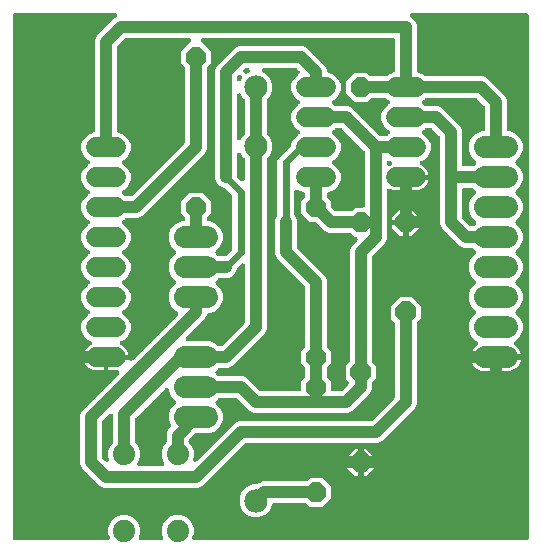
<source format=gbr>
G04 EAGLE Gerber X2 export*
G04 #@! %TF.Part,Single*
G04 #@! %TF.FileFunction,Copper,L2,Bot,Mixed*
G04 #@! %TF.FilePolarity,Positive*
G04 #@! %TF.GenerationSoftware,Autodesk,EAGLE,9.0.0*
G04 #@! %TF.CreationDate,2019-08-08T19:05:01Z*
G75*
%MOMM*%
%FSLAX34Y34*%
%LPD*%
%AMOC8*
5,1,8,0,0,1.08239X$1,22.5*%
G01*
%ADD10C,1.676400*%
%ADD11P,1.814519X8X112.500000*%
%ADD12C,1.963600*%
%ADD13C,1.879600*%
%ADD14P,1.924489X8X112.500000*%
%ADD15P,1.814519X8X292.500000*%
%ADD16P,1.924489X8X292.500000*%
%ADD17C,1.879600*%
%ADD18C,1.016000*%
%ADD19P,1.814519X8X22.500000*%
%ADD20C,0.609600*%

G36*
X64762Y22862D02*
X64762Y22862D01*
X64775Y22861D01*
X64961Y22882D01*
X65149Y22901D01*
X65162Y22905D01*
X65175Y22906D01*
X65354Y22964D01*
X65534Y23019D01*
X65546Y23025D01*
X65559Y23029D01*
X65723Y23121D01*
X65888Y23211D01*
X65898Y23219D01*
X65910Y23226D01*
X66053Y23348D01*
X66197Y23468D01*
X66206Y23479D01*
X66216Y23487D01*
X66332Y23636D01*
X66450Y23782D01*
X66456Y23794D01*
X66464Y23804D01*
X66549Y23973D01*
X66635Y24139D01*
X66639Y24152D01*
X66645Y24164D01*
X66695Y24346D01*
X66747Y24526D01*
X66748Y24540D01*
X66751Y24553D01*
X66764Y24741D01*
X66779Y24928D01*
X66778Y24941D01*
X66779Y24954D01*
X66754Y25142D01*
X66733Y25327D01*
X66728Y25340D01*
X66727Y25353D01*
X66625Y25669D01*
X65531Y28310D01*
X65531Y33666D01*
X67581Y38614D01*
X71368Y42401D01*
X76316Y44451D01*
X81672Y44451D01*
X86620Y42401D01*
X90407Y38614D01*
X92457Y33666D01*
X92457Y28310D01*
X91363Y25669D01*
X91359Y25656D01*
X91353Y25645D01*
X91301Y25464D01*
X91246Y25284D01*
X91245Y25271D01*
X91241Y25258D01*
X91226Y25070D01*
X91208Y24883D01*
X91210Y24870D01*
X91209Y24856D01*
X91231Y24669D01*
X91250Y24483D01*
X91254Y24470D01*
X91255Y24457D01*
X91314Y24277D01*
X91370Y24098D01*
X91376Y24087D01*
X91380Y24074D01*
X91473Y23909D01*
X91563Y23745D01*
X91572Y23735D01*
X91578Y23723D01*
X91701Y23581D01*
X91822Y23437D01*
X91833Y23429D01*
X91841Y23418D01*
X91990Y23303D01*
X92137Y23186D01*
X92149Y23180D01*
X92159Y23172D01*
X92328Y23088D01*
X92495Y23002D01*
X92508Y22998D01*
X92520Y22992D01*
X92703Y22943D01*
X92883Y22892D01*
X92896Y22891D01*
X92909Y22888D01*
X93240Y22861D01*
X109960Y22861D01*
X109974Y22862D01*
X109987Y22861D01*
X110173Y22882D01*
X110361Y22901D01*
X110374Y22905D01*
X110387Y22906D01*
X110566Y22964D01*
X110746Y23019D01*
X110758Y23025D01*
X110771Y23029D01*
X110935Y23121D01*
X111100Y23211D01*
X111110Y23219D01*
X111122Y23226D01*
X111265Y23348D01*
X111409Y23468D01*
X111418Y23479D01*
X111428Y23487D01*
X111544Y23636D01*
X111662Y23782D01*
X111668Y23794D01*
X111676Y23804D01*
X111761Y23973D01*
X111847Y24139D01*
X111851Y24152D01*
X111857Y24164D01*
X111907Y24346D01*
X111959Y24526D01*
X111960Y24540D01*
X111963Y24553D01*
X111976Y24741D01*
X111991Y24928D01*
X111990Y24941D01*
X111991Y24954D01*
X111966Y25142D01*
X111945Y25327D01*
X111940Y25340D01*
X111939Y25353D01*
X111837Y25669D01*
X110743Y28310D01*
X110743Y33666D01*
X112793Y38614D01*
X116580Y42401D01*
X121528Y44451D01*
X126884Y44451D01*
X131832Y42401D01*
X135619Y38614D01*
X137669Y33666D01*
X137669Y28310D01*
X136575Y25669D01*
X136571Y25656D01*
X136565Y25645D01*
X136513Y25464D01*
X136458Y25284D01*
X136457Y25271D01*
X136453Y25258D01*
X136438Y25070D01*
X136420Y24883D01*
X136422Y24870D01*
X136421Y24856D01*
X136443Y24669D01*
X136462Y24483D01*
X136466Y24470D01*
X136467Y24457D01*
X136526Y24277D01*
X136582Y24098D01*
X136588Y24087D01*
X136592Y24074D01*
X136685Y23909D01*
X136775Y23745D01*
X136784Y23735D01*
X136790Y23723D01*
X136913Y23581D01*
X137034Y23437D01*
X137045Y23429D01*
X137053Y23418D01*
X137202Y23303D01*
X137349Y23186D01*
X137361Y23180D01*
X137371Y23172D01*
X137540Y23088D01*
X137707Y23002D01*
X137720Y22998D01*
X137732Y22992D01*
X137915Y22943D01*
X138095Y22892D01*
X138108Y22891D01*
X138121Y22888D01*
X138452Y22861D01*
X419408Y22861D01*
X419426Y22863D01*
X419444Y22861D01*
X419626Y22882D01*
X419809Y22901D01*
X419826Y22906D01*
X419843Y22908D01*
X420018Y22965D01*
X420194Y23019D01*
X420209Y23027D01*
X420226Y23033D01*
X420386Y23123D01*
X420548Y23211D01*
X420561Y23222D01*
X420577Y23231D01*
X420716Y23351D01*
X420857Y23468D01*
X420868Y23482D01*
X420882Y23494D01*
X420994Y23639D01*
X421109Y23782D01*
X421117Y23798D01*
X421128Y23812D01*
X421210Y23977D01*
X421295Y24139D01*
X421300Y24156D01*
X421308Y24172D01*
X421355Y24351D01*
X421406Y24526D01*
X421408Y24544D01*
X421412Y24561D01*
X421439Y24892D01*
X421439Y467108D01*
X421437Y467126D01*
X421439Y467144D01*
X421418Y467326D01*
X421399Y467509D01*
X421394Y467526D01*
X421392Y467543D01*
X421335Y467718D01*
X421281Y467894D01*
X421273Y467909D01*
X421267Y467926D01*
X421177Y468086D01*
X421089Y468248D01*
X421078Y468261D01*
X421069Y468277D01*
X420949Y468416D01*
X420832Y468557D01*
X420818Y468568D01*
X420806Y468582D01*
X420661Y468694D01*
X420518Y468809D01*
X420502Y468817D01*
X420488Y468828D01*
X420323Y468910D01*
X420161Y468995D01*
X420144Y469000D01*
X420128Y469008D01*
X419949Y469055D01*
X419774Y469106D01*
X419756Y469108D01*
X419739Y469112D01*
X419408Y469139D01*
X322784Y469139D01*
X322780Y469139D01*
X322775Y469139D01*
X322580Y469119D01*
X322384Y469099D01*
X322379Y469098D01*
X322375Y469098D01*
X322186Y469039D01*
X321999Y468981D01*
X321995Y468979D01*
X321990Y468978D01*
X321819Y468884D01*
X321645Y468789D01*
X321641Y468787D01*
X321637Y468784D01*
X321486Y468658D01*
X321335Y468532D01*
X321333Y468528D01*
X321329Y468525D01*
X321206Y468370D01*
X321083Y468218D01*
X321081Y468214D01*
X321078Y468210D01*
X320987Y468033D01*
X320897Y467861D01*
X320896Y467856D01*
X320894Y467852D01*
X320840Y467660D01*
X320786Y467474D01*
X320786Y467469D01*
X320784Y467465D01*
X320769Y467269D01*
X320753Y467072D01*
X320754Y467068D01*
X320753Y467064D01*
X320777Y466869D01*
X320800Y466673D01*
X320802Y466668D01*
X320802Y466664D01*
X320864Y466477D01*
X320925Y466290D01*
X320927Y466286D01*
X320929Y466282D01*
X321027Y466109D01*
X321123Y465939D01*
X321126Y465936D01*
X321128Y465932D01*
X321259Y465782D01*
X321386Y465635D01*
X321390Y465632D01*
X321393Y465628D01*
X321550Y465507D01*
X321704Y465388D01*
X321708Y465386D01*
X321712Y465383D01*
X322007Y465231D01*
X322680Y464953D01*
X325253Y462380D01*
X326645Y459019D01*
X326645Y420878D01*
X326647Y420860D01*
X326645Y420842D01*
X326666Y420660D01*
X326685Y420477D01*
X326690Y420460D01*
X326692Y420443D01*
X326749Y420268D01*
X326803Y420092D01*
X326811Y420077D01*
X326817Y420060D01*
X326907Y419900D01*
X326995Y419738D01*
X327006Y419725D01*
X327015Y419709D01*
X327135Y419570D01*
X327252Y419429D01*
X327266Y419418D01*
X327278Y419404D01*
X327423Y419292D01*
X327566Y419177D01*
X327582Y419169D01*
X327596Y419158D01*
X327761Y419076D01*
X327923Y418991D01*
X327940Y418986D01*
X327956Y418978D01*
X328135Y418931D01*
X328204Y418911D01*
X332933Y416952D01*
X333745Y416140D01*
X333765Y416123D01*
X333783Y416102D01*
X333921Y415995D01*
X334056Y415885D01*
X334080Y415872D01*
X334101Y415856D01*
X334258Y415778D01*
X334412Y415696D01*
X334437Y415688D01*
X334462Y415676D01*
X334631Y415631D01*
X334798Y415581D01*
X334824Y415579D01*
X334850Y415572D01*
X335181Y415545D01*
X382819Y415545D01*
X386180Y414153D01*
X389038Y411295D01*
X389038Y411294D01*
X401453Y398880D01*
X402845Y395519D01*
X402845Y371094D01*
X402847Y371076D01*
X402845Y371058D01*
X402866Y370876D01*
X402885Y370693D01*
X402890Y370676D01*
X402892Y370659D01*
X402949Y370484D01*
X403003Y370308D01*
X403011Y370293D01*
X403017Y370276D01*
X403107Y370116D01*
X403195Y369954D01*
X403206Y369941D01*
X403215Y369925D01*
X403335Y369786D01*
X403452Y369645D01*
X403466Y369634D01*
X403478Y369620D01*
X403623Y369508D01*
X403766Y369393D01*
X403782Y369385D01*
X403796Y369374D01*
X403961Y369292D01*
X404123Y369207D01*
X404140Y369202D01*
X404156Y369194D01*
X404335Y369147D01*
X404510Y369096D01*
X404528Y369094D01*
X404545Y369090D01*
X404876Y369063D01*
X405776Y369063D01*
X410724Y367013D01*
X414511Y363226D01*
X416561Y358278D01*
X416561Y352922D01*
X414511Y347974D01*
X410873Y344336D01*
X410862Y344322D01*
X410849Y344311D01*
X410735Y344167D01*
X410618Y344025D01*
X410610Y344009D01*
X410599Y343995D01*
X410515Y343831D01*
X410430Y343669D01*
X410425Y343652D01*
X410417Y343636D01*
X410367Y343459D01*
X410315Y343283D01*
X410313Y343265D01*
X410309Y343248D01*
X410295Y343065D01*
X410279Y342882D01*
X410281Y342864D01*
X410279Y342847D01*
X410302Y342665D01*
X410322Y342482D01*
X410327Y342465D01*
X410330Y342447D01*
X410388Y342273D01*
X410444Y342098D01*
X410452Y342082D01*
X410458Y342066D01*
X410550Y341906D01*
X410638Y341746D01*
X410650Y341732D01*
X410659Y341717D01*
X410873Y341464D01*
X414511Y337826D01*
X416561Y332878D01*
X416561Y327522D01*
X414511Y322574D01*
X410873Y318936D01*
X410862Y318922D01*
X410849Y318911D01*
X410735Y318767D01*
X410618Y318625D01*
X410610Y318609D01*
X410599Y318595D01*
X410515Y318431D01*
X410430Y318269D01*
X410425Y318252D01*
X410417Y318236D01*
X410367Y318059D01*
X410315Y317883D01*
X410313Y317865D01*
X410309Y317848D01*
X410295Y317665D01*
X410279Y317482D01*
X410281Y317464D01*
X410279Y317447D01*
X410302Y317265D01*
X410322Y317082D01*
X410327Y317065D01*
X410330Y317047D01*
X410388Y316873D01*
X410444Y316698D01*
X410452Y316682D01*
X410458Y316666D01*
X410550Y316506D01*
X410638Y316346D01*
X410650Y316332D01*
X410659Y316317D01*
X410873Y316064D01*
X414511Y312426D01*
X416561Y307478D01*
X416561Y302122D01*
X414511Y297174D01*
X410873Y293536D01*
X410862Y293522D01*
X410849Y293511D01*
X410735Y293367D01*
X410618Y293225D01*
X410610Y293209D01*
X410599Y293195D01*
X410515Y293031D01*
X410430Y292869D01*
X410425Y292852D01*
X410417Y292836D01*
X410367Y292659D01*
X410315Y292483D01*
X410313Y292465D01*
X410309Y292448D01*
X410295Y292265D01*
X410279Y292082D01*
X410281Y292064D01*
X410279Y292047D01*
X410302Y291865D01*
X410322Y291682D01*
X410327Y291665D01*
X410330Y291647D01*
X410388Y291473D01*
X410444Y291298D01*
X410452Y291282D01*
X410458Y291266D01*
X410550Y291106D01*
X410638Y290946D01*
X410650Y290932D01*
X410659Y290917D01*
X410873Y290664D01*
X414511Y287026D01*
X416561Y282078D01*
X416561Y276722D01*
X414511Y271774D01*
X410873Y268136D01*
X410862Y268122D01*
X410849Y268111D01*
X410735Y267967D01*
X410618Y267825D01*
X410610Y267809D01*
X410599Y267795D01*
X410515Y267631D01*
X410430Y267469D01*
X410425Y267452D01*
X410417Y267436D01*
X410367Y267259D01*
X410315Y267083D01*
X410313Y267065D01*
X410309Y267048D01*
X410295Y266865D01*
X410279Y266682D01*
X410281Y266664D01*
X410279Y266647D01*
X410302Y266465D01*
X410322Y266282D01*
X410327Y266265D01*
X410330Y266247D01*
X410388Y266073D01*
X410444Y265898D01*
X410452Y265882D01*
X410458Y265866D01*
X410550Y265706D01*
X410638Y265546D01*
X410650Y265532D01*
X410659Y265517D01*
X410873Y265264D01*
X414511Y261626D01*
X416561Y256678D01*
X416561Y251322D01*
X414511Y246374D01*
X410873Y242736D01*
X410862Y242722D01*
X410849Y242711D01*
X410735Y242567D01*
X410618Y242425D01*
X410610Y242409D01*
X410599Y242395D01*
X410515Y242231D01*
X410430Y242069D01*
X410425Y242052D01*
X410417Y242036D01*
X410367Y241859D01*
X410315Y241683D01*
X410313Y241665D01*
X410309Y241648D01*
X410295Y241465D01*
X410279Y241282D01*
X410281Y241264D01*
X410279Y241247D01*
X410302Y241065D01*
X410322Y240882D01*
X410327Y240865D01*
X410330Y240847D01*
X410388Y240673D01*
X410444Y240498D01*
X410452Y240482D01*
X410458Y240466D01*
X410550Y240306D01*
X410638Y240146D01*
X410650Y240132D01*
X410659Y240117D01*
X410873Y239864D01*
X414511Y236226D01*
X416561Y231278D01*
X416561Y225922D01*
X414511Y220974D01*
X410873Y217336D01*
X410862Y217322D01*
X410849Y217311D01*
X410735Y217167D01*
X410618Y217025D01*
X410610Y217009D01*
X410599Y216995D01*
X410515Y216831D01*
X410430Y216669D01*
X410425Y216652D01*
X410417Y216636D01*
X410367Y216459D01*
X410315Y216283D01*
X410313Y216265D01*
X410309Y216248D01*
X410295Y216065D01*
X410279Y215882D01*
X410281Y215864D01*
X410279Y215847D01*
X410302Y215665D01*
X410322Y215482D01*
X410327Y215465D01*
X410330Y215447D01*
X410388Y215273D01*
X410444Y215098D01*
X410452Y215082D01*
X410458Y215066D01*
X410550Y214906D01*
X410638Y214746D01*
X410650Y214732D01*
X410659Y214717D01*
X410873Y214464D01*
X414511Y210826D01*
X416561Y205878D01*
X416561Y200522D01*
X414511Y195574D01*
X410724Y191787D01*
X409893Y191443D01*
X409741Y191361D01*
X409587Y191284D01*
X409564Y191266D01*
X409538Y191253D01*
X409405Y191143D01*
X409269Y191036D01*
X409250Y191014D01*
X409228Y190996D01*
X409119Y190862D01*
X409007Y190731D01*
X408992Y190706D01*
X408974Y190683D01*
X408894Y190531D01*
X408809Y190380D01*
X408801Y190352D01*
X408787Y190327D01*
X408739Y190161D01*
X408685Y189997D01*
X408682Y189968D01*
X408674Y189941D01*
X408659Y189768D01*
X408640Y189597D01*
X408642Y189568D01*
X408639Y189539D01*
X408659Y189368D01*
X408673Y189196D01*
X408681Y189168D01*
X408685Y189139D01*
X408737Y188975D01*
X408786Y188809D01*
X408799Y188784D01*
X408808Y188756D01*
X408892Y188605D01*
X408972Y188452D01*
X408990Y188430D01*
X409004Y188405D01*
X409116Y188274D01*
X409225Y188139D01*
X409249Y188118D01*
X409266Y188099D01*
X409333Y188046D01*
X409477Y187923D01*
X410876Y186906D01*
X412204Y185578D01*
X413309Y184057D01*
X414162Y182383D01*
X414743Y180596D01*
X414783Y180339D01*
X394208Y180339D01*
X394190Y180337D01*
X394173Y180339D01*
X393990Y180318D01*
X393808Y180299D01*
X393791Y180294D01*
X393773Y180292D01*
X393695Y180267D01*
X393558Y180306D01*
X393540Y180308D01*
X393523Y180312D01*
X393192Y180339D01*
X372617Y180339D01*
X372657Y180596D01*
X373238Y182383D01*
X374091Y184057D01*
X375196Y185578D01*
X376524Y186906D01*
X377923Y187923D01*
X378052Y188037D01*
X378185Y188149D01*
X378203Y188171D01*
X378224Y188191D01*
X378328Y188328D01*
X378436Y188464D01*
X378449Y188489D01*
X378466Y188512D01*
X378541Y188668D01*
X378619Y188822D01*
X378627Y188850D01*
X378640Y188876D01*
X378682Y189043D01*
X378729Y189209D01*
X378731Y189238D01*
X378738Y189266D01*
X378747Y189439D01*
X378760Y189611D01*
X378757Y189639D01*
X378758Y189668D01*
X378732Y189839D01*
X378712Y190010D01*
X378703Y190037D01*
X378698Y190066D01*
X378639Y190229D01*
X378585Y190392D01*
X378571Y190417D01*
X378561Y190445D01*
X378471Y190592D01*
X378386Y190742D01*
X378367Y190764D01*
X378352Y190789D01*
X378234Y190916D01*
X378121Y191046D01*
X378098Y191063D01*
X378079Y191085D01*
X377939Y191186D01*
X377802Y191291D01*
X377773Y191306D01*
X377753Y191321D01*
X377676Y191356D01*
X377507Y191443D01*
X376676Y191787D01*
X372889Y195574D01*
X370839Y200522D01*
X370839Y205878D01*
X372889Y210826D01*
X376527Y214464D01*
X376538Y214477D01*
X376551Y214489D01*
X376665Y214633D01*
X376782Y214775D01*
X376790Y214791D01*
X376801Y214805D01*
X376884Y214969D01*
X376970Y215131D01*
X376975Y215148D01*
X376983Y215164D01*
X377033Y215341D01*
X377085Y215517D01*
X377087Y215535D01*
X377091Y215552D01*
X377105Y215735D01*
X377121Y215918D01*
X377119Y215936D01*
X377121Y215953D01*
X377098Y216135D01*
X377078Y216318D01*
X377073Y216335D01*
X377070Y216353D01*
X377012Y216526D01*
X376956Y216702D01*
X376948Y216718D01*
X376942Y216734D01*
X376850Y216894D01*
X376762Y217054D01*
X376750Y217068D01*
X376741Y217083D01*
X376527Y217336D01*
X372889Y220974D01*
X370839Y225922D01*
X370839Y231278D01*
X372889Y236226D01*
X376527Y239864D01*
X376538Y239877D01*
X376551Y239889D01*
X376665Y240033D01*
X376782Y240175D01*
X376790Y240191D01*
X376801Y240205D01*
X376884Y240369D01*
X376970Y240531D01*
X376975Y240548D01*
X376983Y240564D01*
X377033Y240741D01*
X377085Y240917D01*
X377087Y240935D01*
X377091Y240952D01*
X377105Y241135D01*
X377121Y241318D01*
X377119Y241336D01*
X377121Y241353D01*
X377098Y241535D01*
X377078Y241718D01*
X377073Y241735D01*
X377070Y241753D01*
X377012Y241926D01*
X376956Y242102D01*
X376948Y242118D01*
X376942Y242134D01*
X376850Y242294D01*
X376762Y242454D01*
X376750Y242468D01*
X376741Y242483D01*
X376527Y242736D01*
X372889Y246374D01*
X370839Y251322D01*
X370839Y256678D01*
X372889Y261626D01*
X376527Y265264D01*
X376538Y265277D01*
X376551Y265289D01*
X376666Y265434D01*
X376782Y265575D01*
X376790Y265591D01*
X376801Y265605D01*
X376885Y265770D01*
X376970Y265931D01*
X376975Y265948D01*
X376983Y265964D01*
X377033Y266142D01*
X377085Y266317D01*
X377087Y266334D01*
X377091Y266352D01*
X377105Y266535D01*
X377121Y266718D01*
X377119Y266735D01*
X377121Y266753D01*
X377098Y266935D01*
X377078Y267118D01*
X377073Y267135D01*
X377070Y267153D01*
X377012Y267327D01*
X376956Y267502D01*
X376948Y267517D01*
X376942Y267534D01*
X376850Y267694D01*
X376762Y267854D01*
X376750Y267868D01*
X376741Y267883D01*
X376527Y268136D01*
X375003Y269660D01*
X374982Y269677D01*
X374964Y269698D01*
X374826Y269805D01*
X374691Y269915D01*
X374667Y269928D01*
X374646Y269944D01*
X374490Y270022D01*
X374335Y270104D01*
X374310Y270112D01*
X374286Y270124D01*
X374117Y270169D01*
X373949Y270219D01*
X373923Y270221D01*
X373897Y270228D01*
X373566Y270255D01*
X366481Y270255D01*
X363120Y271647D01*
X347847Y286920D01*
X346455Y290281D01*
X346455Y363671D01*
X346453Y363697D01*
X346455Y363724D01*
X346433Y363898D01*
X346415Y364071D01*
X346408Y364097D01*
X346404Y364123D01*
X346349Y364289D01*
X346297Y364456D01*
X346284Y364480D01*
X346276Y364505D01*
X346189Y364657D01*
X346105Y364810D01*
X346088Y364831D01*
X346075Y364854D01*
X345860Y365107D01*
X339707Y371260D01*
X339686Y371277D01*
X339669Y371298D01*
X339531Y371405D01*
X339396Y371515D01*
X339372Y371528D01*
X339351Y371544D01*
X339194Y371622D01*
X339040Y371704D01*
X339014Y371712D01*
X338990Y371724D01*
X338821Y371769D01*
X338654Y371819D01*
X338627Y371821D01*
X338601Y371828D01*
X338271Y371855D01*
X335181Y371855D01*
X335154Y371853D01*
X335128Y371855D01*
X334954Y371833D01*
X334780Y371815D01*
X334755Y371807D01*
X334728Y371804D01*
X334563Y371749D01*
X334395Y371697D01*
X334372Y371684D01*
X334347Y371676D01*
X334195Y371589D01*
X334041Y371505D01*
X334021Y371488D01*
X333998Y371475D01*
X333745Y371260D01*
X332932Y370448D01*
X332277Y370177D01*
X332269Y370172D01*
X332261Y370170D01*
X332092Y370078D01*
X331922Y369986D01*
X331915Y369981D01*
X331907Y369976D01*
X331760Y369853D01*
X331612Y369730D01*
X331606Y369723D01*
X331599Y369717D01*
X331478Y369565D01*
X331358Y369417D01*
X331354Y369409D01*
X331348Y369402D01*
X331260Y369230D01*
X331171Y369061D01*
X331168Y369052D01*
X331164Y369044D01*
X331111Y368857D01*
X331058Y368674D01*
X331057Y368666D01*
X331055Y368657D01*
X331040Y368465D01*
X331023Y368273D01*
X331024Y368264D01*
X331024Y368255D01*
X331047Y368064D01*
X331068Y367873D01*
X331071Y367865D01*
X331072Y367856D01*
X331133Y367672D01*
X331192Y367490D01*
X331196Y367482D01*
X331199Y367474D01*
X331295Y367305D01*
X331388Y367138D01*
X331394Y367132D01*
X331398Y367124D01*
X331525Y366978D01*
X331650Y366833D01*
X331657Y366827D01*
X331663Y366820D01*
X331815Y366703D01*
X331967Y366584D01*
X331975Y366580D01*
X331982Y366575D01*
X332277Y366423D01*
X332933Y366152D01*
X336434Y362651D01*
X338329Y358076D01*
X338329Y353124D01*
X336434Y348549D01*
X332933Y345048D01*
X330311Y343962D01*
X330196Y343901D01*
X330077Y343847D01*
X330019Y343806D01*
X329956Y343772D01*
X329855Y343689D01*
X329749Y343613D01*
X329701Y343561D01*
X329646Y343516D01*
X329563Y343414D01*
X329474Y343319D01*
X329437Y343258D01*
X329392Y343203D01*
X329331Y343087D01*
X329263Y342976D01*
X329238Y342909D01*
X329205Y342847D01*
X329168Y342721D01*
X329123Y342598D01*
X329112Y342528D01*
X329092Y342460D01*
X329081Y342330D01*
X329060Y342201D01*
X329064Y342130D01*
X329057Y342059D01*
X329072Y341929D01*
X329078Y341798D01*
X329095Y341729D01*
X329103Y341659D01*
X329143Y341535D01*
X329174Y341408D01*
X329204Y341343D01*
X329226Y341276D01*
X329289Y341162D01*
X329345Y341043D01*
X329388Y340986D01*
X329422Y340924D01*
X329507Y340825D01*
X329585Y340720D01*
X329638Y340672D01*
X329684Y340618D01*
X329787Y340538D01*
X329884Y340450D01*
X329954Y340407D01*
X330001Y340370D01*
X330069Y340336D01*
X330166Y340276D01*
X331607Y339542D01*
X332998Y338531D01*
X334213Y337316D01*
X335224Y335925D01*
X336004Y334393D01*
X336536Y332758D01*
X336619Y332231D01*
X317500Y332231D01*
X317483Y332230D01*
X317465Y332231D01*
X317282Y332210D01*
X317100Y332191D01*
X317083Y332186D01*
X317065Y332184D01*
X316890Y332127D01*
X316715Y332073D01*
X316699Y332065D01*
X316682Y332059D01*
X316522Y331969D01*
X316361Y331882D01*
X316347Y331870D01*
X316332Y331861D01*
X316192Y331741D01*
X316052Y331624D01*
X316051Y331624D01*
X316051Y331623D01*
X316040Y331610D01*
X316027Y331598D01*
X316026Y331598D01*
X315914Y331453D01*
X315799Y331310D01*
X315790Y331294D01*
X315780Y331280D01*
X315698Y331115D01*
X315613Y330952D01*
X315608Y330935D01*
X315600Y330919D01*
X315552Y330741D01*
X315502Y330565D01*
X315500Y330548D01*
X315496Y330530D01*
X315469Y330200D01*
X315469Y319277D01*
X308258Y319277D01*
X306560Y319546D01*
X304925Y320078D01*
X304198Y320448D01*
X304111Y320482D01*
X304029Y320525D01*
X303924Y320555D01*
X303823Y320594D01*
X303731Y320610D01*
X303642Y320636D01*
X303533Y320645D01*
X303427Y320664D01*
X303333Y320661D01*
X303240Y320669D01*
X303133Y320656D01*
X303024Y320654D01*
X302933Y320633D01*
X302841Y320622D01*
X302737Y320588D01*
X302631Y320564D01*
X302546Y320526D01*
X302458Y320497D01*
X302363Y320444D01*
X302264Y320399D01*
X302188Y320345D01*
X302107Y320299D01*
X302025Y320228D01*
X301937Y320165D01*
X301873Y320097D01*
X301802Y320036D01*
X301736Y319950D01*
X301662Y319871D01*
X301613Y319792D01*
X301556Y319718D01*
X301507Y319621D01*
X301450Y319528D01*
X301418Y319441D01*
X301376Y319358D01*
X301348Y319253D01*
X301311Y319151D01*
X301296Y319059D01*
X301272Y318969D01*
X301261Y318835D01*
X301248Y318753D01*
X301250Y318704D01*
X301245Y318638D01*
X301245Y277581D01*
X299853Y274220D01*
X289140Y263507D01*
X289123Y263486D01*
X289102Y263469D01*
X288995Y263331D01*
X288885Y263196D01*
X288872Y263172D01*
X288856Y263151D01*
X288778Y262994D01*
X288696Y262840D01*
X288688Y262814D01*
X288676Y262790D01*
X288631Y262621D01*
X288581Y262454D01*
X288579Y262427D01*
X288572Y262401D01*
X288545Y262071D01*
X288545Y175117D01*
X288547Y175091D01*
X288545Y175064D01*
X288567Y174890D01*
X288585Y174717D01*
X288592Y174691D01*
X288596Y174665D01*
X288651Y174499D01*
X288703Y174332D01*
X288716Y174308D01*
X288724Y174283D01*
X288811Y174131D01*
X288895Y173978D01*
X288912Y173957D01*
X288925Y173934D01*
X289140Y173681D01*
X292355Y170466D01*
X292355Y159734D01*
X289140Y156519D01*
X289123Y156498D01*
X289102Y156481D01*
X288995Y156343D01*
X288885Y156207D01*
X288872Y156184D01*
X288856Y156163D01*
X288778Y156006D01*
X288696Y155852D01*
X288688Y155826D01*
X288676Y155802D01*
X288631Y155633D01*
X288581Y155466D01*
X288579Y155439D01*
X288572Y155413D01*
X288545Y155083D01*
X288545Y150581D01*
X287153Y147220D01*
X271880Y131947D01*
X268519Y130555D01*
X188681Y130555D01*
X185320Y131947D01*
X174607Y142660D01*
X174586Y142677D01*
X174569Y142698D01*
X174431Y142805D01*
X174296Y142915D01*
X174272Y142928D01*
X174251Y142944D01*
X174094Y143022D01*
X173940Y143104D01*
X173914Y143112D01*
X173890Y143124D01*
X173721Y143169D01*
X173554Y143219D01*
X173527Y143221D01*
X173501Y143228D01*
X173171Y143255D01*
X159834Y143255D01*
X159807Y143253D01*
X159781Y143255D01*
X159607Y143233D01*
X159433Y143215D01*
X159408Y143208D01*
X159381Y143204D01*
X159215Y143149D01*
X159048Y143097D01*
X159025Y143084D01*
X158999Y143076D01*
X158848Y142989D01*
X158694Y142905D01*
X158674Y142888D01*
X158651Y142875D01*
X158398Y142660D01*
X156873Y141136D01*
X156862Y141122D01*
X156849Y141111D01*
X156735Y140967D01*
X156618Y140825D01*
X156610Y140809D01*
X156599Y140795D01*
X156515Y140631D01*
X156430Y140469D01*
X156425Y140452D01*
X156417Y140436D01*
X156367Y140259D01*
X156315Y140083D01*
X156313Y140065D01*
X156309Y140048D01*
X156295Y139865D01*
X156279Y139682D01*
X156281Y139664D01*
X156279Y139647D01*
X156302Y139465D01*
X156322Y139282D01*
X156327Y139265D01*
X156330Y139247D01*
X156388Y139073D01*
X156444Y138898D01*
X156452Y138882D01*
X156458Y138866D01*
X156550Y138706D01*
X156638Y138546D01*
X156650Y138532D01*
X156659Y138517D01*
X156873Y138264D01*
X160511Y134626D01*
X162561Y129678D01*
X162561Y124322D01*
X160511Y119374D01*
X156724Y115587D01*
X151776Y113537D01*
X140011Y113537D01*
X139985Y113535D01*
X139958Y113537D01*
X139784Y113515D01*
X139611Y113497D01*
X139585Y113490D01*
X139559Y113486D01*
X139393Y113431D01*
X139226Y113379D01*
X139202Y113366D01*
X139177Y113358D01*
X139025Y113271D01*
X138872Y113187D01*
X138851Y113170D01*
X138828Y113157D01*
X138575Y112942D01*
X133946Y108313D01*
X133929Y108292D01*
X133908Y108275D01*
X133801Y108137D01*
X133691Y108002D01*
X133678Y107978D01*
X133662Y107957D01*
X133584Y107800D01*
X133502Y107646D01*
X133494Y107620D01*
X133482Y107596D01*
X133437Y107427D01*
X133387Y107260D01*
X133385Y107233D01*
X133378Y107207D01*
X133351Y106877D01*
X133351Y106748D01*
X133353Y106721D01*
X133351Y106695D01*
X133373Y106521D01*
X133391Y106347D01*
X133398Y106322D01*
X133402Y106295D01*
X133457Y106129D01*
X133509Y105962D01*
X133522Y105939D01*
X133530Y105913D01*
X133617Y105762D01*
X133701Y105608D01*
X133718Y105588D01*
X133731Y105565D01*
X133946Y105312D01*
X135619Y103638D01*
X137669Y98690D01*
X137669Y93334D01*
X137169Y92129D01*
X137168Y92124D01*
X137166Y92120D01*
X137111Y91934D01*
X137053Y91743D01*
X137052Y91739D01*
X137051Y91734D01*
X137033Y91536D01*
X137015Y91342D01*
X137015Y91338D01*
X137015Y91333D01*
X137037Y91131D01*
X137056Y90942D01*
X137058Y90938D01*
X137058Y90933D01*
X137119Y90741D01*
X137176Y90558D01*
X137178Y90554D01*
X137180Y90549D01*
X137275Y90376D01*
X137370Y90204D01*
X137372Y90201D01*
X137375Y90197D01*
X137504Y90044D01*
X137629Y89896D01*
X137632Y89893D01*
X137635Y89890D01*
X137791Y89767D01*
X137944Y89645D01*
X137947Y89643D01*
X137951Y89640D01*
X138128Y89550D01*
X138302Y89461D01*
X138306Y89460D01*
X138310Y89458D01*
X138503Y89404D01*
X138689Y89352D01*
X138693Y89351D01*
X138698Y89350D01*
X138900Y89335D01*
X139090Y89320D01*
X139095Y89321D01*
X139099Y89321D01*
X139296Y89346D01*
X139490Y89369D01*
X139494Y89371D01*
X139499Y89371D01*
X139682Y89433D01*
X139872Y89496D01*
X139876Y89498D01*
X139880Y89499D01*
X140051Y89597D01*
X140222Y89695D01*
X140225Y89698D01*
X140229Y89700D01*
X140482Y89915D01*
X172620Y122053D01*
X175981Y123445D01*
X287471Y123445D01*
X287497Y123447D01*
X287524Y123445D01*
X287698Y123467D01*
X287871Y123485D01*
X287897Y123492D01*
X287923Y123496D01*
X288089Y123551D01*
X288256Y123603D01*
X288280Y123616D01*
X288305Y123624D01*
X288457Y123711D01*
X288610Y123795D01*
X288631Y123812D01*
X288654Y123825D01*
X288907Y124040D01*
X307760Y142893D01*
X307777Y142914D01*
X307798Y142931D01*
X307905Y143069D01*
X308015Y143204D01*
X308028Y143228D01*
X308044Y143249D01*
X308122Y143406D01*
X308204Y143560D01*
X308212Y143586D01*
X308224Y143610D01*
X308269Y143779D01*
X308319Y143946D01*
X308321Y143973D01*
X308328Y143999D01*
X308355Y144329D01*
X308355Y205883D01*
X308353Y205909D01*
X308355Y205936D01*
X308333Y206110D01*
X308315Y206283D01*
X308308Y206309D01*
X308304Y206335D01*
X308249Y206501D01*
X308197Y206668D01*
X308184Y206692D01*
X308176Y206717D01*
X308089Y206869D01*
X308005Y207022D01*
X307988Y207043D01*
X307975Y207066D01*
X307760Y207319D01*
X304545Y210534D01*
X304545Y221266D01*
X312134Y228855D01*
X322866Y228855D01*
X330455Y221266D01*
X330455Y210534D01*
X327240Y207319D01*
X327223Y207298D01*
X327202Y207281D01*
X327095Y207143D01*
X326985Y207007D01*
X326972Y206984D01*
X326956Y206963D01*
X326878Y206806D01*
X326796Y206652D01*
X326788Y206626D01*
X326776Y206602D01*
X326731Y206433D01*
X326681Y206266D01*
X326679Y206239D01*
X326672Y206213D01*
X326645Y205883D01*
X326645Y137881D01*
X325253Y134520D01*
X297280Y106547D01*
X293919Y105155D01*
X182429Y105155D01*
X182403Y105153D01*
X182376Y105155D01*
X182202Y105133D01*
X182029Y105115D01*
X182003Y105108D01*
X181977Y105104D01*
X181811Y105049D01*
X181644Y104997D01*
X181620Y104984D01*
X181595Y104976D01*
X181443Y104889D01*
X181290Y104805D01*
X181269Y104788D01*
X181246Y104775D01*
X180993Y104560D01*
X144880Y68447D01*
X141519Y67055D01*
X61681Y67055D01*
X58320Y68447D01*
X43047Y83720D01*
X41655Y87081D01*
X41655Y128819D01*
X43047Y132180D01*
X74277Y163410D01*
X74283Y163417D01*
X74290Y163422D01*
X74410Y163572D01*
X74532Y163721D01*
X74536Y163729D01*
X74542Y163736D01*
X74631Y163907D01*
X74721Y164077D01*
X74723Y164085D01*
X74727Y164093D01*
X74781Y164278D01*
X74836Y164463D01*
X74836Y164472D01*
X74839Y164480D01*
X74855Y164672D01*
X74872Y164864D01*
X74871Y164873D01*
X74872Y164882D01*
X74850Y165070D01*
X74829Y165264D01*
X74826Y165273D01*
X74825Y165281D01*
X74766Y165462D01*
X74707Y165648D01*
X74703Y165656D01*
X74700Y165664D01*
X74605Y165833D01*
X74512Y166000D01*
X74507Y166007D01*
X74502Y166015D01*
X74376Y166161D01*
X74252Y166307D01*
X74245Y166313D01*
X74239Y166320D01*
X74088Y166437D01*
X73936Y166557D01*
X73928Y166561D01*
X73921Y166566D01*
X73749Y166652D01*
X73577Y166739D01*
X73568Y166742D01*
X73560Y166746D01*
X73374Y166796D01*
X73189Y166847D01*
X73180Y166848D01*
X73172Y166850D01*
X72841Y166877D01*
X65531Y166877D01*
X65531Y175769D01*
X83118Y175769D01*
X83155Y175702D01*
X83160Y175695D01*
X83165Y175687D01*
X83289Y175540D01*
X83412Y175392D01*
X83419Y175387D01*
X83425Y175380D01*
X83577Y175260D01*
X83726Y175140D01*
X83734Y175136D01*
X83741Y175130D01*
X83914Y175043D01*
X84083Y174955D01*
X84092Y174952D01*
X84100Y174948D01*
X84286Y174896D01*
X84470Y174843D01*
X84479Y174842D01*
X84488Y174840D01*
X84681Y174826D01*
X84872Y174810D01*
X84880Y174811D01*
X84889Y174811D01*
X85082Y174835D01*
X85271Y174857D01*
X85280Y174860D01*
X85289Y174861D01*
X85471Y174922D01*
X85654Y174982D01*
X85662Y174986D01*
X85670Y174989D01*
X85837Y175085D01*
X86005Y175180D01*
X86012Y175186D01*
X86019Y175190D01*
X86272Y175405D01*
X124329Y213462D01*
X124338Y213472D01*
X124348Y213481D01*
X124465Y213628D01*
X124584Y213773D01*
X124591Y213785D01*
X124599Y213796D01*
X124685Y213964D01*
X124773Y214129D01*
X124777Y214142D01*
X124783Y214154D01*
X124834Y214335D01*
X124888Y214515D01*
X124889Y214528D01*
X124893Y214541D01*
X124907Y214727D01*
X124924Y214916D01*
X124923Y214930D01*
X124924Y214943D01*
X124901Y215128D01*
X124881Y215316D01*
X124877Y215329D01*
X124875Y215342D01*
X124816Y215521D01*
X124759Y215700D01*
X124753Y215712D01*
X124749Y215725D01*
X124655Y215889D01*
X124565Y216053D01*
X124556Y216063D01*
X124549Y216074D01*
X124425Y216216D01*
X124304Y216360D01*
X124294Y216368D01*
X124285Y216378D01*
X124135Y216493D01*
X123988Y216609D01*
X123976Y216615D01*
X123966Y216623D01*
X123670Y216775D01*
X122676Y217187D01*
X118889Y220974D01*
X116839Y225922D01*
X116839Y231278D01*
X118889Y236226D01*
X122527Y239864D01*
X122538Y239877D01*
X122551Y239889D01*
X122665Y240033D01*
X122782Y240175D01*
X122790Y240191D01*
X122801Y240205D01*
X122884Y240369D01*
X122970Y240531D01*
X122975Y240548D01*
X122983Y240564D01*
X123033Y240741D01*
X123085Y240917D01*
X123087Y240935D01*
X123091Y240952D01*
X123105Y241135D01*
X123121Y241318D01*
X123119Y241336D01*
X123121Y241353D01*
X123098Y241535D01*
X123078Y241718D01*
X123073Y241735D01*
X123070Y241753D01*
X123012Y241926D01*
X122956Y242102D01*
X122948Y242118D01*
X122942Y242134D01*
X122850Y242294D01*
X122762Y242454D01*
X122750Y242468D01*
X122741Y242483D01*
X122527Y242736D01*
X118889Y246374D01*
X116839Y251322D01*
X116839Y256678D01*
X118889Y261626D01*
X122527Y265264D01*
X122538Y265277D01*
X122551Y265289D01*
X122665Y265433D01*
X122782Y265575D01*
X122790Y265591D01*
X122801Y265605D01*
X122884Y265769D01*
X122970Y265931D01*
X122975Y265948D01*
X122983Y265964D01*
X123033Y266141D01*
X123085Y266317D01*
X123087Y266335D01*
X123091Y266352D01*
X123105Y266535D01*
X123121Y266718D01*
X123119Y266736D01*
X123121Y266753D01*
X123098Y266935D01*
X123078Y267118D01*
X123073Y267135D01*
X123070Y267153D01*
X123012Y267326D01*
X122956Y267502D01*
X122948Y267518D01*
X122942Y267534D01*
X122850Y267694D01*
X122762Y267854D01*
X122750Y267868D01*
X122741Y267883D01*
X122527Y268136D01*
X118889Y271774D01*
X116839Y276722D01*
X116839Y282078D01*
X118889Y287026D01*
X122676Y290813D01*
X127624Y292863D01*
X128524Y292863D01*
X128542Y292865D01*
X128560Y292863D01*
X128742Y292884D01*
X128925Y292903D01*
X128942Y292908D01*
X128959Y292910D01*
X129134Y292967D01*
X129310Y293021D01*
X129325Y293029D01*
X129342Y293035D01*
X129502Y293125D01*
X129664Y293213D01*
X129677Y293224D01*
X129693Y293233D01*
X129832Y293353D01*
X129973Y293470D01*
X129984Y293484D01*
X129998Y293496D01*
X130110Y293641D01*
X130225Y293784D01*
X130233Y293800D01*
X130244Y293814D01*
X130326Y293979D01*
X130411Y294141D01*
X130416Y294158D01*
X130424Y294174D01*
X130471Y294352D01*
X130522Y294528D01*
X130524Y294546D01*
X130528Y294563D01*
X130555Y294894D01*
X130555Y295501D01*
X130553Y295528D01*
X130555Y295554D01*
X130533Y295728D01*
X130515Y295902D01*
X130508Y295927D01*
X130504Y295954D01*
X130449Y296119D01*
X130397Y296287D01*
X130384Y296310D01*
X130376Y296335D01*
X130289Y296487D01*
X130205Y296641D01*
X130188Y296661D01*
X130175Y296684D01*
X129960Y296937D01*
X127253Y299644D01*
X127253Y309956D01*
X134544Y317247D01*
X144856Y317247D01*
X152147Y309956D01*
X152147Y299644D01*
X149440Y296937D01*
X149423Y296917D01*
X149402Y296899D01*
X149295Y296761D01*
X149185Y296626D01*
X149172Y296602D01*
X149156Y296581D01*
X149078Y296424D01*
X148996Y296270D01*
X148988Y296245D01*
X148976Y296221D01*
X148931Y296051D01*
X148881Y295884D01*
X148879Y295858D01*
X148872Y295832D01*
X148845Y295501D01*
X148845Y294894D01*
X148847Y294876D01*
X148845Y294858D01*
X148866Y294676D01*
X148885Y294493D01*
X148890Y294476D01*
X148892Y294459D01*
X148949Y294284D01*
X149003Y294108D01*
X149011Y294093D01*
X149017Y294076D01*
X149107Y293916D01*
X149195Y293754D01*
X149206Y293741D01*
X149215Y293725D01*
X149335Y293586D01*
X149452Y293445D01*
X149466Y293434D01*
X149478Y293420D01*
X149623Y293308D01*
X149766Y293193D01*
X149782Y293185D01*
X149796Y293174D01*
X149961Y293092D01*
X150123Y293007D01*
X150140Y293002D01*
X150156Y292994D01*
X150335Y292947D01*
X150510Y292896D01*
X150528Y292894D01*
X150545Y292890D01*
X150876Y292863D01*
X151776Y292863D01*
X156724Y290813D01*
X160511Y287026D01*
X162561Y282078D01*
X162561Y276722D01*
X160511Y271774D01*
X156873Y268136D01*
X156862Y268122D01*
X156849Y268111D01*
X156735Y267967D01*
X156618Y267825D01*
X156610Y267809D01*
X156599Y267795D01*
X156516Y267631D01*
X156430Y267469D01*
X156425Y267452D01*
X156417Y267436D01*
X156367Y267259D01*
X156315Y267083D01*
X156313Y267065D01*
X156309Y267048D01*
X156295Y266865D01*
X156279Y266682D01*
X156281Y266664D01*
X156279Y266647D01*
X156302Y266465D01*
X156322Y266282D01*
X156327Y266265D01*
X156330Y266247D01*
X156388Y266073D01*
X156444Y265898D01*
X156452Y265882D01*
X156458Y265866D01*
X156549Y265707D01*
X156638Y265546D01*
X156650Y265532D01*
X156659Y265517D01*
X156874Y265264D01*
X158398Y263740D01*
X158418Y263723D01*
X158436Y263702D01*
X158574Y263595D01*
X158709Y263485D01*
X158733Y263472D01*
X158754Y263456D01*
X158910Y263378D01*
X159065Y263296D01*
X159090Y263288D01*
X159114Y263276D01*
X159283Y263231D01*
X159451Y263181D01*
X159477Y263179D01*
X159503Y263172D01*
X159834Y263145D01*
X163344Y263145D01*
X163371Y263147D01*
X163398Y263145D01*
X163572Y263167D01*
X163745Y263185D01*
X163771Y263192D01*
X163797Y263196D01*
X163963Y263251D01*
X164130Y263303D01*
X164154Y263316D01*
X164179Y263324D01*
X164331Y263411D01*
X164484Y263495D01*
X164504Y263512D01*
X164528Y263525D01*
X164781Y263740D01*
X170092Y269051D01*
X170109Y269072D01*
X170130Y269089D01*
X170237Y269227D01*
X170347Y269363D01*
X170360Y269386D01*
X170376Y269408D01*
X170454Y269564D01*
X170536Y269718D01*
X170544Y269744D01*
X170556Y269768D01*
X170601Y269937D01*
X170651Y270104D01*
X170653Y270131D01*
X170660Y270157D01*
X170687Y270488D01*
X170687Y313712D01*
X170685Y313739D01*
X170687Y313766D01*
X170665Y313940D01*
X170647Y314113D01*
X170640Y314139D01*
X170636Y314165D01*
X170581Y314331D01*
X170529Y314498D01*
X170516Y314522D01*
X170508Y314547D01*
X170421Y314699D01*
X170337Y314852D01*
X170320Y314872D01*
X170307Y314896D01*
X170092Y315149D01*
X164781Y320460D01*
X164760Y320477D01*
X164743Y320498D01*
X164605Y320605D01*
X164469Y320715D01*
X164446Y320728D01*
X164424Y320744D01*
X164268Y320822D01*
X164114Y320904D01*
X164088Y320912D01*
X164064Y320924D01*
X163895Y320969D01*
X163728Y321019D01*
X163701Y321021D01*
X163675Y321028D01*
X163344Y321055D01*
X163281Y321055D01*
X159920Y322447D01*
X157347Y325020D01*
X155955Y328381D01*
X155955Y420919D01*
X157347Y424280D01*
X160205Y427138D01*
X160206Y427138D01*
X172620Y439553D01*
X175981Y440945D01*
X230419Y440945D01*
X233780Y439553D01*
X249053Y424280D01*
X250445Y420919D01*
X250445Y420878D01*
X250447Y420860D01*
X250445Y420842D01*
X250466Y420660D01*
X250485Y420477D01*
X250490Y420460D01*
X250492Y420443D01*
X250549Y420268D01*
X250603Y420092D01*
X250611Y420077D01*
X250617Y420060D01*
X250707Y419900D01*
X250795Y419738D01*
X250806Y419725D01*
X250815Y419709D01*
X250935Y419570D01*
X251052Y419429D01*
X251066Y419418D01*
X251078Y419404D01*
X251223Y419292D01*
X251366Y419177D01*
X251382Y419169D01*
X251396Y419158D01*
X251561Y419076D01*
X251723Y418991D01*
X251740Y418986D01*
X251756Y418978D01*
X251935Y418931D01*
X252004Y418911D01*
X256733Y416952D01*
X260234Y413451D01*
X262129Y408876D01*
X262129Y403924D01*
X260234Y399349D01*
X256733Y395848D01*
X256077Y395577D01*
X256069Y395572D01*
X256061Y395570D01*
X255892Y395478D01*
X255722Y395386D01*
X255715Y395381D01*
X255707Y395376D01*
X255561Y395253D01*
X255412Y395130D01*
X255406Y395123D01*
X255399Y395117D01*
X255278Y394965D01*
X255158Y394817D01*
X255154Y394809D01*
X255148Y394802D01*
X255060Y394630D01*
X254971Y394461D01*
X254968Y394452D01*
X254964Y394444D01*
X254911Y394257D01*
X254858Y394074D01*
X254857Y394066D01*
X254855Y394057D01*
X254840Y393865D01*
X254823Y393673D01*
X254824Y393664D01*
X254824Y393655D01*
X254847Y393464D01*
X254868Y393273D01*
X254871Y393265D01*
X254872Y393256D01*
X254933Y393072D01*
X254992Y392890D01*
X254996Y392882D01*
X254999Y392874D01*
X255095Y392705D01*
X255188Y392538D01*
X255194Y392532D01*
X255198Y392524D01*
X255325Y392378D01*
X255450Y392233D01*
X255457Y392227D01*
X255463Y392220D01*
X255615Y392103D01*
X255767Y391984D01*
X255775Y391980D01*
X255782Y391975D01*
X256077Y391823D01*
X256733Y391552D01*
X257545Y390740D01*
X257565Y390723D01*
X257583Y390702D01*
X257721Y390595D01*
X257856Y390485D01*
X257880Y390472D01*
X257901Y390456D01*
X258058Y390378D01*
X258212Y390296D01*
X258237Y390288D01*
X258262Y390276D01*
X258431Y390231D01*
X258598Y390181D01*
X258624Y390179D01*
X258650Y390172D01*
X258981Y390145D01*
X268519Y390145D01*
X271880Y388753D01*
X295293Y365340D01*
X295314Y365323D01*
X295331Y365302D01*
X295469Y365195D01*
X295604Y365085D01*
X295628Y365072D01*
X295649Y365056D01*
X295806Y364978D01*
X295960Y364896D01*
X295986Y364888D01*
X296010Y364876D01*
X296179Y364831D01*
X296346Y364781D01*
X296373Y364779D01*
X296399Y364772D01*
X296729Y364745D01*
X299819Y364745D01*
X299846Y364747D01*
X299872Y364745D01*
X300046Y364767D01*
X300220Y364785D01*
X300245Y364793D01*
X300272Y364796D01*
X300437Y364851D01*
X300605Y364903D01*
X300628Y364916D01*
X300653Y364924D01*
X300805Y365011D01*
X300959Y365095D01*
X300979Y365112D01*
X301002Y365125D01*
X301255Y365340D01*
X302067Y366152D01*
X302723Y366423D01*
X302731Y366428D01*
X302739Y366430D01*
X302908Y366522D01*
X303078Y366614D01*
X303085Y366619D01*
X303093Y366624D01*
X303240Y366747D01*
X303388Y366870D01*
X303394Y366877D01*
X303401Y366883D01*
X303521Y367033D01*
X303642Y367183D01*
X303646Y367190D01*
X303652Y367197D01*
X303739Y367367D01*
X303829Y367539D01*
X303832Y367548D01*
X303836Y367556D01*
X303887Y367738D01*
X303942Y367925D01*
X303943Y367935D01*
X303945Y367943D01*
X303960Y368133D01*
X303977Y368327D01*
X303976Y368335D01*
X303976Y368344D01*
X303953Y368534D01*
X303932Y368727D01*
X303929Y368735D01*
X303928Y368744D01*
X303868Y368925D01*
X303808Y369110D01*
X303804Y369118D01*
X303801Y369126D01*
X303706Y369294D01*
X303612Y369461D01*
X303606Y369468D01*
X303602Y369476D01*
X303475Y369622D01*
X303350Y369767D01*
X303343Y369773D01*
X303337Y369780D01*
X303186Y369896D01*
X303033Y370016D01*
X303025Y370020D01*
X303018Y370025D01*
X302723Y370177D01*
X302067Y370448D01*
X298566Y373949D01*
X296671Y378524D01*
X296671Y383476D01*
X298566Y388051D01*
X302067Y391552D01*
X302723Y391823D01*
X302731Y391828D01*
X302739Y391830D01*
X302908Y391922D01*
X303078Y392014D01*
X303085Y392019D01*
X303093Y392024D01*
X303240Y392147D01*
X303388Y392270D01*
X303394Y392277D01*
X303401Y392283D01*
X303521Y392433D01*
X303642Y392583D01*
X303646Y392590D01*
X303652Y392597D01*
X303739Y392767D01*
X303829Y392939D01*
X303832Y392948D01*
X303836Y392956D01*
X303887Y393138D01*
X303942Y393325D01*
X303943Y393335D01*
X303945Y393343D01*
X303960Y393533D01*
X303977Y393727D01*
X303976Y393735D01*
X303976Y393744D01*
X303953Y393934D01*
X303932Y394127D01*
X303929Y394135D01*
X303928Y394144D01*
X303868Y394325D01*
X303808Y394510D01*
X303804Y394518D01*
X303801Y394526D01*
X303706Y394694D01*
X303612Y394861D01*
X303606Y394868D01*
X303602Y394876D01*
X303475Y395022D01*
X303350Y395167D01*
X303343Y395173D01*
X303337Y395180D01*
X303186Y395296D01*
X303033Y395416D01*
X303025Y395420D01*
X303018Y395425D01*
X302723Y395577D01*
X302067Y395848D01*
X301255Y396660D01*
X301235Y396677D01*
X301217Y396698D01*
X301079Y396805D01*
X300944Y396915D01*
X300920Y396928D01*
X300899Y396944D01*
X300742Y397022D01*
X300588Y397104D01*
X300563Y397112D01*
X300538Y397124D01*
X300369Y397169D01*
X300202Y397219D01*
X300176Y397221D01*
X300150Y397228D01*
X299819Y397255D01*
X288699Y397255D01*
X288672Y397253D01*
X288646Y397255D01*
X288472Y397233D01*
X288298Y397215D01*
X288273Y397208D01*
X288246Y397204D01*
X288081Y397149D01*
X287913Y397097D01*
X287890Y397084D01*
X287865Y397076D01*
X287713Y396989D01*
X287559Y396905D01*
X287539Y396888D01*
X287516Y396875D01*
X287263Y396660D01*
X284556Y393953D01*
X274244Y393953D01*
X266953Y401244D01*
X266953Y411556D01*
X274244Y418847D01*
X284556Y418847D01*
X287263Y416140D01*
X287283Y416123D01*
X287301Y416102D01*
X287439Y415995D01*
X287574Y415885D01*
X287598Y415872D01*
X287619Y415856D01*
X287776Y415778D01*
X287930Y415696D01*
X287955Y415688D01*
X287979Y415676D01*
X288149Y415631D01*
X288316Y415581D01*
X288342Y415579D01*
X288368Y415572D01*
X288699Y415545D01*
X299819Y415545D01*
X299846Y415547D01*
X299872Y415545D01*
X300046Y415567D01*
X300220Y415585D01*
X300245Y415592D01*
X300272Y415596D01*
X300437Y415651D01*
X300605Y415703D01*
X300628Y415716D01*
X300653Y415724D01*
X300805Y415811D01*
X300959Y415895D01*
X300979Y415912D01*
X301002Y415925D01*
X301255Y416140D01*
X302067Y416952D01*
X306755Y418893D01*
X306759Y418894D01*
X306934Y418951D01*
X307110Y419005D01*
X307125Y419013D01*
X307142Y419019D01*
X307302Y419109D01*
X307464Y419197D01*
X307477Y419208D01*
X307493Y419217D01*
X307632Y419337D01*
X307773Y419454D01*
X307784Y419468D01*
X307798Y419480D01*
X307910Y419625D01*
X308025Y419768D01*
X308033Y419784D01*
X308044Y419798D01*
X308126Y419963D01*
X308211Y420125D01*
X308216Y420142D01*
X308224Y420158D01*
X308271Y420337D01*
X308322Y420512D01*
X308324Y420530D01*
X308328Y420547D01*
X308355Y420878D01*
X308355Y446024D01*
X308353Y446042D01*
X308355Y446060D01*
X308334Y446242D01*
X308315Y446425D01*
X308310Y446442D01*
X308308Y446459D01*
X308251Y446634D01*
X308197Y446810D01*
X308189Y446825D01*
X308183Y446842D01*
X308093Y447002D01*
X308005Y447164D01*
X307994Y447177D01*
X307985Y447193D01*
X307865Y447332D01*
X307748Y447473D01*
X307734Y447484D01*
X307722Y447498D01*
X307577Y447610D01*
X307434Y447725D01*
X307418Y447733D01*
X307404Y447744D01*
X307239Y447826D01*
X307077Y447911D01*
X307060Y447916D01*
X307044Y447924D01*
X306865Y447971D01*
X306690Y448022D01*
X306672Y448024D01*
X306655Y448028D01*
X306324Y448055D01*
X145951Y448055D01*
X145942Y448054D01*
X145933Y448055D01*
X145740Y448034D01*
X145550Y448015D01*
X145542Y448013D01*
X145533Y448012D01*
X145349Y447954D01*
X145165Y447897D01*
X145157Y447893D01*
X145149Y447890D01*
X144981Y447798D01*
X144811Y447705D01*
X144804Y447700D01*
X144797Y447695D01*
X144650Y447571D01*
X144502Y447448D01*
X144497Y447441D01*
X144490Y447435D01*
X144370Y447283D01*
X144250Y447134D01*
X144246Y447126D01*
X144240Y447119D01*
X144152Y446946D01*
X144064Y446777D01*
X144062Y446768D01*
X144058Y446760D01*
X144006Y446574D01*
X143953Y446390D01*
X143952Y446381D01*
X143950Y446372D01*
X143936Y446179D01*
X143920Y445988D01*
X143921Y445980D01*
X143920Y445971D01*
X143945Y445778D01*
X143967Y445589D01*
X143970Y445580D01*
X143971Y445571D01*
X144032Y445388D01*
X144092Y445206D01*
X144096Y445198D01*
X144099Y445190D01*
X144195Y445023D01*
X144290Y444855D01*
X144295Y444848D01*
X144300Y444841D01*
X144515Y444588D01*
X152147Y436956D01*
X152147Y426644D01*
X149440Y423937D01*
X149423Y423917D01*
X149402Y423899D01*
X149295Y423761D01*
X149185Y423626D01*
X149172Y423602D01*
X149156Y423581D01*
X149078Y423424D01*
X148996Y423270D01*
X148988Y423245D01*
X148976Y423221D01*
X148931Y423051D01*
X148881Y422884D01*
X148879Y422858D01*
X148872Y422832D01*
X148845Y422501D01*
X148845Y353781D01*
X147453Y350420D01*
X94080Y297047D01*
X90719Y295655D01*
X81181Y295655D01*
X81154Y295653D01*
X81128Y295655D01*
X80954Y295633D01*
X80780Y295615D01*
X80755Y295608D01*
X80728Y295604D01*
X80563Y295549D01*
X80395Y295497D01*
X80372Y295484D01*
X80347Y295476D01*
X80195Y295389D01*
X80041Y295305D01*
X80021Y295288D01*
X79998Y295275D01*
X79745Y295060D01*
X78933Y294248D01*
X78277Y293977D01*
X78269Y293972D01*
X78261Y293970D01*
X78091Y293877D01*
X77922Y293786D01*
X77915Y293781D01*
X77907Y293777D01*
X77759Y293652D01*
X77612Y293530D01*
X77606Y293523D01*
X77599Y293517D01*
X77479Y293367D01*
X77358Y293217D01*
X77354Y293210D01*
X77348Y293203D01*
X77261Y293032D01*
X77171Y292861D01*
X77168Y292852D01*
X77164Y292844D01*
X77112Y292660D01*
X77058Y292475D01*
X77057Y292466D01*
X77055Y292457D01*
X77040Y292266D01*
X77023Y292073D01*
X77024Y292065D01*
X77024Y292056D01*
X77047Y291863D01*
X77068Y291673D01*
X77071Y291665D01*
X77072Y291656D01*
X77133Y291472D01*
X77192Y291290D01*
X77196Y291282D01*
X77199Y291274D01*
X77295Y291106D01*
X77388Y290939D01*
X77394Y290932D01*
X77398Y290924D01*
X77525Y290779D01*
X77650Y290633D01*
X77657Y290627D01*
X77663Y290620D01*
X77816Y290503D01*
X77967Y290384D01*
X77975Y290380D01*
X77982Y290375D01*
X78277Y290223D01*
X78933Y289952D01*
X82434Y286451D01*
X84329Y281876D01*
X84329Y276924D01*
X82434Y272349D01*
X78933Y268848D01*
X78277Y268577D01*
X78269Y268572D01*
X78261Y268570D01*
X78091Y268477D01*
X77922Y268386D01*
X77915Y268381D01*
X77907Y268377D01*
X77759Y268252D01*
X77612Y268130D01*
X77606Y268123D01*
X77599Y268117D01*
X77480Y267967D01*
X77358Y267817D01*
X77354Y267810D01*
X77348Y267803D01*
X77261Y267632D01*
X77171Y267461D01*
X77168Y267452D01*
X77164Y267444D01*
X77112Y267260D01*
X77058Y267075D01*
X77057Y267066D01*
X77055Y267057D01*
X77040Y266866D01*
X77023Y266673D01*
X77024Y266665D01*
X77024Y266656D01*
X77047Y266463D01*
X77068Y266273D01*
X77071Y266265D01*
X77072Y266256D01*
X77133Y266072D01*
X77192Y265890D01*
X77196Y265882D01*
X77199Y265874D01*
X77295Y265706D01*
X77388Y265539D01*
X77394Y265532D01*
X77398Y265524D01*
X77525Y265379D01*
X77650Y265233D01*
X77657Y265227D01*
X77663Y265220D01*
X77816Y265103D01*
X77967Y264984D01*
X77975Y264980D01*
X77982Y264975D01*
X78277Y264823D01*
X78933Y264552D01*
X82434Y261051D01*
X84329Y256476D01*
X84329Y251524D01*
X82434Y246949D01*
X78933Y243448D01*
X78277Y243177D01*
X78269Y243172D01*
X78261Y243170D01*
X78092Y243078D01*
X77922Y242986D01*
X77915Y242981D01*
X77907Y242976D01*
X77761Y242853D01*
X77612Y242730D01*
X77606Y242723D01*
X77599Y242717D01*
X77478Y242565D01*
X77358Y242417D01*
X77354Y242409D01*
X77348Y242402D01*
X77260Y242230D01*
X77171Y242061D01*
X77168Y242052D01*
X77164Y242044D01*
X77111Y241857D01*
X77058Y241674D01*
X77057Y241666D01*
X77055Y241657D01*
X77040Y241465D01*
X77023Y241273D01*
X77024Y241264D01*
X77024Y241255D01*
X77047Y241064D01*
X77068Y240873D01*
X77071Y240865D01*
X77072Y240856D01*
X77133Y240672D01*
X77192Y240490D01*
X77196Y240482D01*
X77199Y240474D01*
X77295Y240305D01*
X77388Y240138D01*
X77394Y240132D01*
X77398Y240124D01*
X77525Y239978D01*
X77650Y239833D01*
X77657Y239827D01*
X77663Y239820D01*
X77815Y239703D01*
X77967Y239584D01*
X77975Y239580D01*
X77982Y239575D01*
X78277Y239423D01*
X78933Y239152D01*
X82434Y235651D01*
X84329Y231076D01*
X84329Y226124D01*
X82434Y221549D01*
X78933Y218048D01*
X78277Y217777D01*
X78269Y217772D01*
X78261Y217770D01*
X78092Y217678D01*
X77922Y217586D01*
X77915Y217581D01*
X77907Y217576D01*
X77760Y217453D01*
X77612Y217330D01*
X77606Y217323D01*
X77599Y217317D01*
X77479Y217167D01*
X77358Y217017D01*
X77354Y217010D01*
X77348Y217003D01*
X77261Y216833D01*
X77171Y216661D01*
X77168Y216652D01*
X77164Y216644D01*
X77113Y216462D01*
X77058Y216275D01*
X77057Y216265D01*
X77055Y216257D01*
X77040Y216067D01*
X77023Y215873D01*
X77024Y215865D01*
X77024Y215856D01*
X77047Y215666D01*
X77068Y215473D01*
X77071Y215465D01*
X77072Y215456D01*
X77132Y215275D01*
X77192Y215090D01*
X77196Y215082D01*
X77199Y215074D01*
X77294Y214906D01*
X77388Y214739D01*
X77394Y214732D01*
X77398Y214724D01*
X77525Y214578D01*
X77650Y214433D01*
X77657Y214427D01*
X77663Y214420D01*
X77814Y214304D01*
X77967Y214184D01*
X77975Y214180D01*
X77982Y214175D01*
X78277Y214023D01*
X78933Y213752D01*
X82434Y210251D01*
X84329Y205676D01*
X84329Y200724D01*
X82434Y196149D01*
X78933Y192648D01*
X76311Y191562D01*
X76196Y191501D01*
X76077Y191447D01*
X76019Y191406D01*
X75956Y191372D01*
X75855Y191289D01*
X75749Y191213D01*
X75701Y191161D01*
X75646Y191116D01*
X75563Y191014D01*
X75474Y190919D01*
X75437Y190858D01*
X75392Y190803D01*
X75331Y190687D01*
X75263Y190576D01*
X75238Y190509D01*
X75205Y190447D01*
X75168Y190321D01*
X75123Y190198D01*
X75112Y190128D01*
X75092Y190060D01*
X75081Y189930D01*
X75060Y189801D01*
X75064Y189730D01*
X75057Y189659D01*
X75072Y189529D01*
X75078Y189398D01*
X75095Y189329D01*
X75103Y189259D01*
X75143Y189135D01*
X75174Y189008D01*
X75204Y188943D01*
X75226Y188876D01*
X75289Y188762D01*
X75345Y188643D01*
X75388Y188586D01*
X75422Y188524D01*
X75507Y188425D01*
X75585Y188320D01*
X75638Y188272D01*
X75684Y188218D01*
X75787Y188138D01*
X75884Y188050D01*
X75954Y188007D01*
X76001Y187970D01*
X76069Y187936D01*
X76166Y187876D01*
X77607Y187142D01*
X78998Y186131D01*
X80213Y184916D01*
X81224Y183525D01*
X82004Y181993D01*
X82536Y180358D01*
X82619Y179831D01*
X63500Y179831D01*
X44381Y179831D01*
X44464Y180358D01*
X44996Y181993D01*
X45776Y183525D01*
X46787Y184916D01*
X48002Y186131D01*
X49393Y187142D01*
X50834Y187876D01*
X50944Y187947D01*
X51058Y188009D01*
X51113Y188055D01*
X51173Y188093D01*
X51267Y188184D01*
X51367Y188268D01*
X51411Y188324D01*
X51462Y188373D01*
X51536Y188481D01*
X51618Y188583D01*
X51650Y188646D01*
X51690Y188705D01*
X51742Y188825D01*
X51801Y188941D01*
X51821Y189010D01*
X51849Y189075D01*
X51876Y189203D01*
X51911Y189329D01*
X51917Y189399D01*
X51931Y189469D01*
X51932Y189600D01*
X51942Y189730D01*
X51934Y189801D01*
X51934Y189872D01*
X51909Y190000D01*
X51894Y190130D01*
X51871Y190197D01*
X51858Y190267D01*
X51808Y190388D01*
X51767Y190512D01*
X51732Y190574D01*
X51705Y190639D01*
X51633Y190748D01*
X51568Y190862D01*
X51521Y190915D01*
X51482Y190974D01*
X51389Y191067D01*
X51303Y191165D01*
X51247Y191209D01*
X51197Y191259D01*
X51088Y191331D01*
X50984Y191411D01*
X50911Y191448D01*
X50861Y191481D01*
X50790Y191510D01*
X50689Y191562D01*
X48067Y192648D01*
X44566Y196149D01*
X42671Y200724D01*
X42671Y205676D01*
X44566Y210251D01*
X48067Y213752D01*
X48561Y213956D01*
X48723Y214023D01*
X48731Y214028D01*
X48739Y214030D01*
X48908Y214122D01*
X49078Y214214D01*
X49085Y214219D01*
X49093Y214224D01*
X49239Y214347D01*
X49388Y214470D01*
X49394Y214477D01*
X49401Y214483D01*
X49521Y214634D01*
X49642Y214783D01*
X49646Y214791D01*
X49652Y214798D01*
X49740Y214970D01*
X49829Y215139D01*
X49832Y215148D01*
X49836Y215156D01*
X49888Y215342D01*
X49942Y215526D01*
X49943Y215534D01*
X49945Y215543D01*
X49960Y215735D01*
X49977Y215927D01*
X49976Y215936D01*
X49976Y215945D01*
X49953Y216136D01*
X49932Y216327D01*
X49929Y216335D01*
X49928Y216344D01*
X49867Y216528D01*
X49808Y216710D01*
X49804Y216718D01*
X49801Y216726D01*
X49705Y216895D01*
X49612Y217062D01*
X49606Y217068D01*
X49602Y217076D01*
X49475Y217222D01*
X49350Y217367D01*
X49343Y217373D01*
X49337Y217380D01*
X49186Y217496D01*
X49033Y217616D01*
X49025Y217620D01*
X49018Y217625D01*
X48723Y217777D01*
X48067Y218048D01*
X44566Y221549D01*
X42671Y226124D01*
X42671Y231076D01*
X44566Y235651D01*
X48067Y239152D01*
X48723Y239423D01*
X48731Y239428D01*
X48739Y239430D01*
X48908Y239522D01*
X49078Y239614D01*
X49085Y239619D01*
X49093Y239624D01*
X49240Y239747D01*
X49388Y239870D01*
X49394Y239877D01*
X49401Y239883D01*
X49521Y240033D01*
X49642Y240183D01*
X49646Y240190D01*
X49652Y240197D01*
X49739Y240367D01*
X49829Y240539D01*
X49832Y240548D01*
X49836Y240556D01*
X49887Y240738D01*
X49942Y240925D01*
X49943Y240935D01*
X49945Y240943D01*
X49960Y241133D01*
X49977Y241327D01*
X49976Y241335D01*
X49976Y241344D01*
X49953Y241534D01*
X49932Y241727D01*
X49929Y241735D01*
X49928Y241744D01*
X49868Y241925D01*
X49808Y242110D01*
X49804Y242118D01*
X49801Y242126D01*
X49706Y242294D01*
X49612Y242461D01*
X49606Y242468D01*
X49602Y242476D01*
X49475Y242622D01*
X49350Y242767D01*
X49343Y242773D01*
X49337Y242780D01*
X49186Y242896D01*
X49033Y243016D01*
X49025Y243020D01*
X49018Y243025D01*
X48723Y243177D01*
X48067Y243448D01*
X44566Y246949D01*
X42671Y251524D01*
X42671Y256476D01*
X44566Y261051D01*
X48067Y264552D01*
X48723Y264823D01*
X48731Y264828D01*
X48739Y264830D01*
X48909Y264923D01*
X49078Y265014D01*
X49085Y265019D01*
X49093Y265024D01*
X49240Y265148D01*
X49388Y265270D01*
X49394Y265277D01*
X49401Y265283D01*
X49521Y265433D01*
X49642Y265583D01*
X49646Y265591D01*
X49652Y265598D01*
X49739Y265768D01*
X49829Y265939D01*
X49832Y265948D01*
X49836Y265956D01*
X49888Y266142D01*
X49942Y266326D01*
X49943Y266334D01*
X49945Y266343D01*
X49960Y266536D01*
X49977Y266727D01*
X49976Y266736D01*
X49976Y266744D01*
X49953Y266935D01*
X49932Y267127D01*
X49929Y267135D01*
X49928Y267144D01*
X49868Y267326D01*
X49808Y267510D01*
X49804Y267518D01*
X49801Y267526D01*
X49707Y267692D01*
X49612Y267862D01*
X49606Y267868D01*
X49602Y267876D01*
X49475Y268021D01*
X49350Y268167D01*
X49343Y268173D01*
X49337Y268180D01*
X49185Y268297D01*
X49033Y268416D01*
X49025Y268420D01*
X49018Y268425D01*
X48723Y268577D01*
X48067Y268848D01*
X44566Y272349D01*
X42671Y276924D01*
X42671Y281876D01*
X44566Y286451D01*
X48067Y289952D01*
X48723Y290223D01*
X48731Y290228D01*
X48739Y290230D01*
X48908Y290323D01*
X49078Y290414D01*
X49085Y290419D01*
X49093Y290424D01*
X49240Y290548D01*
X49388Y290670D01*
X49394Y290677D01*
X49401Y290683D01*
X49521Y290833D01*
X49642Y290983D01*
X49646Y290991D01*
X49652Y290998D01*
X49739Y291168D01*
X49829Y291339D01*
X49832Y291348D01*
X49836Y291356D01*
X49888Y291542D01*
X49942Y291726D01*
X49943Y291734D01*
X49945Y291743D01*
X49960Y291936D01*
X49977Y292127D01*
X49976Y292136D01*
X49976Y292144D01*
X49953Y292335D01*
X49932Y292527D01*
X49929Y292535D01*
X49928Y292544D01*
X49868Y292726D01*
X49808Y292910D01*
X49804Y292918D01*
X49801Y292926D01*
X49707Y293092D01*
X49612Y293262D01*
X49606Y293268D01*
X49602Y293276D01*
X49475Y293421D01*
X49350Y293567D01*
X49343Y293573D01*
X49337Y293580D01*
X49185Y293697D01*
X49033Y293816D01*
X49025Y293820D01*
X49018Y293825D01*
X48723Y293977D01*
X48067Y294248D01*
X44566Y297749D01*
X42671Y302324D01*
X42671Y307276D01*
X44566Y311851D01*
X48067Y315352D01*
X48723Y315623D01*
X48731Y315628D01*
X48739Y315630D01*
X48907Y315722D01*
X49078Y315814D01*
X49085Y315819D01*
X49093Y315824D01*
X49239Y315947D01*
X49388Y316070D01*
X49394Y316077D01*
X49401Y316083D01*
X49521Y316234D01*
X49642Y316383D01*
X49646Y316391D01*
X49652Y316398D01*
X49740Y316570D01*
X49829Y316739D01*
X49832Y316748D01*
X49836Y316756D01*
X49888Y316942D01*
X49942Y317126D01*
X49943Y317134D01*
X49945Y317143D01*
X49960Y317335D01*
X49977Y317527D01*
X49976Y317536D01*
X49976Y317545D01*
X49953Y317736D01*
X49932Y317927D01*
X49929Y317935D01*
X49928Y317944D01*
X49867Y318128D01*
X49808Y318310D01*
X49804Y318318D01*
X49801Y318326D01*
X49705Y318495D01*
X49612Y318662D01*
X49606Y318668D01*
X49602Y318676D01*
X49475Y318822D01*
X49350Y318967D01*
X49343Y318973D01*
X49337Y318980D01*
X49185Y319097D01*
X49033Y319216D01*
X49025Y319220D01*
X49018Y319225D01*
X48723Y319377D01*
X48067Y319648D01*
X44566Y323149D01*
X42671Y327724D01*
X42671Y332676D01*
X44566Y337251D01*
X48067Y340752D01*
X48723Y341023D01*
X48731Y341028D01*
X48739Y341030D01*
X48908Y341122D01*
X49078Y341214D01*
X49085Y341219D01*
X49093Y341224D01*
X49239Y341347D01*
X49388Y341470D01*
X49394Y341477D01*
X49401Y341483D01*
X49521Y341634D01*
X49642Y341783D01*
X49646Y341791D01*
X49652Y341798D01*
X49740Y341970D01*
X49829Y342139D01*
X49832Y342148D01*
X49836Y342156D01*
X49888Y342342D01*
X49942Y342526D01*
X49943Y342534D01*
X49945Y342543D01*
X49960Y342735D01*
X49977Y342927D01*
X49976Y342936D01*
X49976Y342945D01*
X49953Y343136D01*
X49932Y343327D01*
X49929Y343335D01*
X49928Y343344D01*
X49867Y343528D01*
X49808Y343710D01*
X49804Y343718D01*
X49801Y343726D01*
X49705Y343895D01*
X49612Y344062D01*
X49606Y344068D01*
X49602Y344076D01*
X49475Y344222D01*
X49350Y344367D01*
X49343Y344373D01*
X49337Y344380D01*
X49185Y344497D01*
X49033Y344616D01*
X49025Y344620D01*
X49018Y344625D01*
X48723Y344777D01*
X48067Y345048D01*
X44566Y348549D01*
X42671Y353124D01*
X42671Y358076D01*
X44566Y362651D01*
X48067Y366152D01*
X52755Y368093D01*
X52759Y368094D01*
X52934Y368151D01*
X53110Y368205D01*
X53125Y368213D01*
X53142Y368219D01*
X53302Y368309D01*
X53464Y368397D01*
X53477Y368408D01*
X53493Y368417D01*
X53632Y368537D01*
X53773Y368654D01*
X53784Y368668D01*
X53798Y368680D01*
X53910Y368825D01*
X54025Y368968D01*
X54033Y368984D01*
X54044Y368998D01*
X54126Y369163D01*
X54211Y369325D01*
X54216Y369342D01*
X54224Y369358D01*
X54271Y369537D01*
X54322Y369712D01*
X54324Y369730D01*
X54328Y369747D01*
X54355Y370078D01*
X54355Y446319D01*
X55747Y449680D01*
X68162Y462094D01*
X68162Y462095D01*
X71020Y464953D01*
X71693Y465231D01*
X71697Y465233D01*
X71701Y465235D01*
X71874Y465329D01*
X72048Y465422D01*
X72052Y465424D01*
X72055Y465427D01*
X72205Y465551D01*
X72358Y465678D01*
X72361Y465681D01*
X72365Y465684D01*
X72487Y465836D01*
X72612Y465991D01*
X72614Y465995D01*
X72617Y465998D01*
X72706Y466170D01*
X72799Y466347D01*
X72801Y466352D01*
X72803Y466355D01*
X72857Y466544D01*
X72912Y466733D01*
X72913Y466738D01*
X72914Y466742D01*
X72930Y466943D01*
X72947Y467135D01*
X72946Y467139D01*
X72947Y467144D01*
X72924Y467339D01*
X72902Y467535D01*
X72900Y467539D01*
X72900Y467543D01*
X72839Y467730D01*
X72779Y467918D01*
X72776Y467922D01*
X72775Y467926D01*
X72677Y468099D01*
X72582Y468269D01*
X72579Y468273D01*
X72577Y468277D01*
X72448Y468427D01*
X72320Y468575D01*
X72317Y468578D01*
X72314Y468582D01*
X72158Y468702D01*
X72003Y468824D01*
X72000Y468826D01*
X71996Y468828D01*
X71820Y468916D01*
X71644Y469004D01*
X71639Y469006D01*
X71635Y469008D01*
X71443Y469059D01*
X71255Y469111D01*
X71251Y469111D01*
X71247Y469112D01*
X70916Y469139D01*
X-13208Y469139D01*
X-13226Y469137D01*
X-13244Y469139D01*
X-13426Y469118D01*
X-13609Y469099D01*
X-13626Y469094D01*
X-13643Y469092D01*
X-13818Y469035D01*
X-13994Y468981D01*
X-14009Y468973D01*
X-14026Y468967D01*
X-14186Y468877D01*
X-14348Y468789D01*
X-14361Y468778D01*
X-14377Y468769D01*
X-14516Y468649D01*
X-14657Y468532D01*
X-14668Y468518D01*
X-14682Y468506D01*
X-14794Y468361D01*
X-14909Y468218D01*
X-14917Y468202D01*
X-14928Y468188D01*
X-15010Y468023D01*
X-15095Y467861D01*
X-15100Y467844D01*
X-15108Y467828D01*
X-15155Y467649D01*
X-15206Y467474D01*
X-15208Y467456D01*
X-15212Y467439D01*
X-15239Y467108D01*
X-15239Y24892D01*
X-15237Y24874D01*
X-15239Y24856D01*
X-15218Y24674D01*
X-15199Y24491D01*
X-15194Y24474D01*
X-15192Y24457D01*
X-15135Y24282D01*
X-15081Y24106D01*
X-15073Y24091D01*
X-15067Y24074D01*
X-14977Y23914D01*
X-14889Y23752D01*
X-14878Y23739D01*
X-14869Y23723D01*
X-14749Y23584D01*
X-14632Y23443D01*
X-14618Y23432D01*
X-14606Y23418D01*
X-14461Y23306D01*
X-14318Y23191D01*
X-14302Y23183D01*
X-14288Y23172D01*
X-14123Y23090D01*
X-13961Y23005D01*
X-13944Y23000D01*
X-13928Y22992D01*
X-13749Y22945D01*
X-13574Y22894D01*
X-13556Y22892D01*
X-13539Y22888D01*
X-13208Y22861D01*
X64748Y22861D01*
X64762Y22862D01*
G37*
G36*
X226840Y148847D02*
X226840Y148847D01*
X226858Y148845D01*
X227040Y148866D01*
X227223Y148885D01*
X227240Y148890D01*
X227257Y148892D01*
X227432Y148949D01*
X227608Y149003D01*
X227623Y149011D01*
X227640Y149017D01*
X227800Y149107D01*
X227962Y149195D01*
X227975Y149206D01*
X227991Y149215D01*
X228130Y149335D01*
X228271Y149452D01*
X228282Y149466D01*
X228296Y149478D01*
X228408Y149623D01*
X228523Y149766D01*
X228531Y149782D01*
X228542Y149796D01*
X228624Y149961D01*
X228709Y150123D01*
X228714Y150140D01*
X228722Y150156D01*
X228769Y150335D01*
X228820Y150510D01*
X228822Y150528D01*
X228826Y150545D01*
X228853Y150876D01*
X228853Y157556D01*
X231560Y160263D01*
X231577Y160283D01*
X231598Y160301D01*
X231705Y160439D01*
X231815Y160574D01*
X231828Y160598D01*
X231844Y160619D01*
X231922Y160776D01*
X232004Y160930D01*
X232012Y160955D01*
X232024Y160979D01*
X232069Y161149D01*
X232119Y161316D01*
X232121Y161342D01*
X232128Y161368D01*
X232155Y161699D01*
X232155Y168501D01*
X232153Y168528D01*
X232155Y168554D01*
X232133Y168728D01*
X232115Y168902D01*
X232108Y168927D01*
X232104Y168954D01*
X232049Y169119D01*
X231997Y169287D01*
X231984Y169310D01*
X231976Y169335D01*
X231889Y169487D01*
X231805Y169641D01*
X231788Y169661D01*
X231775Y169684D01*
X231560Y169937D01*
X228853Y172644D01*
X228853Y182956D01*
X231560Y185663D01*
X231577Y185683D01*
X231598Y185701D01*
X231705Y185839D01*
X231815Y185974D01*
X231828Y185998D01*
X231844Y186019D01*
X231922Y186176D01*
X232004Y186330D01*
X232012Y186355D01*
X232024Y186379D01*
X232069Y186549D01*
X232119Y186716D01*
X232121Y186742D01*
X232128Y186768D01*
X232155Y187099D01*
X232155Y236671D01*
X232153Y236697D01*
X232155Y236724D01*
X232133Y236898D01*
X232115Y237071D01*
X232108Y237097D01*
X232104Y237123D01*
X232049Y237289D01*
X231997Y237456D01*
X231984Y237480D01*
X231976Y237505D01*
X231889Y237657D01*
X231805Y237810D01*
X231788Y237831D01*
X231775Y237854D01*
X231560Y238107D01*
X208147Y261520D01*
X206755Y264881D01*
X206755Y293919D01*
X208147Y297280D01*
X208192Y297325D01*
X208209Y297346D01*
X208230Y297363D01*
X208337Y297501D01*
X208447Y297636D01*
X208460Y297660D01*
X208476Y297681D01*
X208554Y297838D01*
X208636Y297992D01*
X208644Y298018D01*
X208656Y298042D01*
X208701Y298211D01*
X208751Y298378D01*
X208753Y298405D01*
X208760Y298431D01*
X208787Y298761D01*
X208787Y344315D01*
X209870Y346929D01*
X219876Y356935D01*
X219893Y356956D01*
X219914Y356973D01*
X220021Y357111D01*
X220131Y357247D01*
X220144Y357270D01*
X220160Y357292D01*
X220238Y357448D01*
X220320Y357602D01*
X220328Y357628D01*
X220340Y357652D01*
X220385Y357821D01*
X220434Y357986D01*
X222366Y362651D01*
X225867Y366152D01*
X226523Y366423D01*
X226531Y366428D01*
X226539Y366430D01*
X226708Y366522D01*
X226878Y366614D01*
X226885Y366619D01*
X226893Y366624D01*
X227040Y366747D01*
X227188Y366870D01*
X227194Y366877D01*
X227201Y366883D01*
X227321Y367033D01*
X227442Y367183D01*
X227446Y367190D01*
X227452Y367197D01*
X227539Y367367D01*
X227629Y367539D01*
X227632Y367548D01*
X227636Y367556D01*
X227687Y367738D01*
X227742Y367925D01*
X227743Y367935D01*
X227745Y367943D01*
X227760Y368133D01*
X227777Y368327D01*
X227776Y368335D01*
X227776Y368344D01*
X227753Y368534D01*
X227732Y368727D01*
X227729Y368735D01*
X227728Y368744D01*
X227668Y368925D01*
X227608Y369110D01*
X227604Y369118D01*
X227601Y369126D01*
X227506Y369294D01*
X227412Y369461D01*
X227406Y369468D01*
X227402Y369476D01*
X227275Y369622D01*
X227150Y369767D01*
X227143Y369773D01*
X227137Y369780D01*
X226986Y369896D01*
X226833Y370016D01*
X226825Y370020D01*
X226818Y370025D01*
X226523Y370177D01*
X225867Y370448D01*
X222366Y373949D01*
X220471Y378524D01*
X220471Y383476D01*
X222366Y388051D01*
X225867Y391552D01*
X226523Y391823D01*
X226531Y391828D01*
X226539Y391830D01*
X226708Y391922D01*
X226878Y392014D01*
X226885Y392019D01*
X226893Y392024D01*
X227040Y392147D01*
X227188Y392270D01*
X227194Y392277D01*
X227201Y392283D01*
X227321Y392433D01*
X227442Y392583D01*
X227446Y392590D01*
X227452Y392597D01*
X227539Y392767D01*
X227629Y392939D01*
X227632Y392948D01*
X227636Y392956D01*
X227687Y393138D01*
X227742Y393325D01*
X227743Y393335D01*
X227745Y393343D01*
X227760Y393533D01*
X227777Y393727D01*
X227776Y393735D01*
X227776Y393744D01*
X227753Y393934D01*
X227732Y394127D01*
X227729Y394135D01*
X227728Y394144D01*
X227668Y394325D01*
X227608Y394510D01*
X227604Y394518D01*
X227601Y394526D01*
X227506Y394694D01*
X227412Y394861D01*
X227406Y394868D01*
X227402Y394876D01*
X227275Y395022D01*
X227150Y395167D01*
X227143Y395173D01*
X227137Y395180D01*
X226986Y395296D01*
X226833Y395416D01*
X226825Y395420D01*
X226818Y395425D01*
X226523Y395577D01*
X225867Y395848D01*
X222366Y399349D01*
X220471Y403924D01*
X220471Y408876D01*
X222366Y413451D01*
X225867Y416952D01*
X226180Y417081D01*
X226346Y417150D01*
X226357Y417156D01*
X226370Y417160D01*
X226534Y417251D01*
X226700Y417340D01*
X226711Y417349D01*
X226723Y417355D01*
X226866Y417477D01*
X227011Y417596D01*
X227019Y417607D01*
X227030Y417616D01*
X227146Y417763D01*
X227265Y417909D01*
X227271Y417921D01*
X227279Y417931D01*
X227364Y418099D01*
X227452Y418266D01*
X227455Y418278D01*
X227461Y418290D01*
X227512Y418472D01*
X227565Y418652D01*
X227566Y418665D01*
X227569Y418678D01*
X227583Y418867D01*
X227599Y419053D01*
X227598Y419066D01*
X227599Y419080D01*
X227575Y419267D01*
X227554Y419453D01*
X227550Y419466D01*
X227548Y419479D01*
X227489Y419657D01*
X227431Y419837D01*
X227424Y419848D01*
X227420Y419861D01*
X227327Y420023D01*
X227235Y420188D01*
X227226Y420198D01*
X227219Y420210D01*
X227005Y420463D01*
X225407Y422060D01*
X225386Y422077D01*
X225369Y422098D01*
X225231Y422205D01*
X225096Y422315D01*
X225072Y422328D01*
X225051Y422344D01*
X224895Y422422D01*
X224740Y422504D01*
X224714Y422512D01*
X224690Y422524D01*
X224521Y422569D01*
X224354Y422619D01*
X224327Y422621D01*
X224301Y422628D01*
X223971Y422655D01*
X197745Y422655D01*
X197741Y422655D01*
X197736Y422655D01*
X197542Y422635D01*
X197345Y422615D01*
X197340Y422614D01*
X197336Y422614D01*
X197148Y422555D01*
X196960Y422497D01*
X196956Y422495D01*
X196952Y422494D01*
X196777Y422398D01*
X196606Y422305D01*
X196602Y422303D01*
X196598Y422300D01*
X196446Y422172D01*
X196297Y422048D01*
X196294Y422044D01*
X196290Y422041D01*
X196165Y421885D01*
X196044Y421734D01*
X196042Y421730D01*
X196039Y421727D01*
X195945Y421543D01*
X195859Y421377D01*
X195858Y421372D01*
X195855Y421368D01*
X195801Y421178D01*
X195747Y420990D01*
X195747Y420985D01*
X195746Y420981D01*
X195731Y420789D01*
X195714Y420588D01*
X195715Y420584D01*
X195715Y420580D01*
X195738Y420385D01*
X195761Y420189D01*
X195763Y420184D01*
X195763Y420180D01*
X195825Y419995D01*
X195886Y419806D01*
X195888Y419802D01*
X195890Y419798D01*
X195986Y419629D01*
X196084Y419455D01*
X196087Y419452D01*
X196089Y419448D01*
X196217Y419301D01*
X196347Y419151D01*
X196351Y419148D01*
X196354Y419144D01*
X196511Y419024D01*
X196665Y418904D01*
X196669Y418902D01*
X196673Y418899D01*
X196968Y418747D01*
X198364Y418169D01*
X202269Y414264D01*
X204383Y409162D01*
X204383Y403638D01*
X202269Y398536D01*
X200240Y396507D01*
X200223Y396486D01*
X200202Y396468D01*
X200095Y396330D01*
X199985Y396195D01*
X199972Y396171D01*
X199956Y396150D01*
X199878Y395993D01*
X199796Y395839D01*
X199788Y395814D01*
X199776Y395790D01*
X199731Y395620D01*
X199681Y395453D01*
X199679Y395427D01*
X199672Y395401D01*
X199645Y395070D01*
X199645Y367730D01*
X199647Y367703D01*
X199645Y367676D01*
X199667Y367503D01*
X199685Y367329D01*
X199692Y367304D01*
X199696Y367277D01*
X199751Y367111D01*
X199803Y366944D01*
X199816Y366921D01*
X199824Y366895D01*
X199911Y366744D01*
X199995Y366590D01*
X200012Y366570D01*
X200025Y366546D01*
X200240Y366293D01*
X202269Y364264D01*
X204383Y359162D01*
X204383Y353638D01*
X202269Y348536D01*
X200240Y346507D01*
X200223Y346486D01*
X200202Y346468D01*
X200095Y346330D01*
X199985Y346195D01*
X199972Y346171D01*
X199956Y346150D01*
X199878Y345993D01*
X199796Y345839D01*
X199788Y345814D01*
X199776Y345790D01*
X199731Y345620D01*
X199681Y345453D01*
X199679Y345427D01*
X199672Y345401D01*
X199645Y345070D01*
X199645Y201381D01*
X198253Y198020D01*
X170280Y170047D01*
X166919Y168655D01*
X159834Y168655D01*
X159807Y168653D01*
X159781Y168655D01*
X159607Y168633D01*
X159433Y168615D01*
X159408Y168608D01*
X159381Y168604D01*
X159215Y168549D01*
X159048Y168497D01*
X159025Y168484D01*
X158999Y168476D01*
X158848Y168389D01*
X158694Y168305D01*
X158674Y168288D01*
X158651Y168275D01*
X158398Y168060D01*
X156873Y166536D01*
X156862Y166522D01*
X156849Y166511D01*
X156735Y166367D01*
X156618Y166225D01*
X156610Y166209D01*
X156599Y166195D01*
X156516Y166031D01*
X156430Y165869D01*
X156425Y165852D01*
X156417Y165836D01*
X156367Y165659D01*
X156315Y165483D01*
X156313Y165465D01*
X156309Y165448D01*
X156295Y165265D01*
X156279Y165082D01*
X156281Y165064D01*
X156279Y165047D01*
X156302Y164864D01*
X156322Y164682D01*
X156327Y164665D01*
X156330Y164647D01*
X156388Y164473D01*
X156444Y164298D01*
X156452Y164282D01*
X156458Y164266D01*
X156549Y164107D01*
X156638Y163946D01*
X156650Y163932D01*
X156659Y163917D01*
X156874Y163664D01*
X158398Y162140D01*
X158418Y162123D01*
X158436Y162102D01*
X158574Y161995D01*
X158709Y161885D01*
X158733Y161872D01*
X158754Y161856D01*
X158910Y161778D01*
X159065Y161696D01*
X159090Y161688D01*
X159114Y161676D01*
X159283Y161631D01*
X159451Y161581D01*
X159477Y161579D01*
X159503Y161572D01*
X159834Y161545D01*
X179619Y161545D01*
X182980Y160153D01*
X193693Y149440D01*
X193714Y149423D01*
X193731Y149402D01*
X193869Y149295D01*
X194004Y149185D01*
X194028Y149172D01*
X194049Y149156D01*
X194206Y149078D01*
X194360Y148996D01*
X194386Y148988D01*
X194410Y148976D01*
X194579Y148931D01*
X194746Y148881D01*
X194773Y148879D01*
X194799Y148872D01*
X195129Y148845D01*
X226822Y148845D01*
X226840Y148847D01*
G37*
G36*
X84297Y313947D02*
X84297Y313947D01*
X84324Y313945D01*
X84498Y313967D01*
X84671Y313985D01*
X84697Y313992D01*
X84723Y313996D01*
X84889Y314051D01*
X85056Y314103D01*
X85080Y314116D01*
X85105Y314124D01*
X85257Y314211D01*
X85410Y314295D01*
X85431Y314312D01*
X85454Y314325D01*
X85707Y314540D01*
X129960Y358793D01*
X129977Y358814D01*
X129998Y358831D01*
X130105Y358969D01*
X130215Y359104D01*
X130228Y359128D01*
X130244Y359149D01*
X130322Y359306D01*
X130404Y359460D01*
X130412Y359486D01*
X130424Y359510D01*
X130469Y359679D01*
X130519Y359846D01*
X130521Y359873D01*
X130528Y359899D01*
X130555Y360229D01*
X130555Y422501D01*
X130553Y422528D01*
X130555Y422554D01*
X130533Y422728D01*
X130515Y422902D01*
X130508Y422927D01*
X130504Y422954D01*
X130449Y423119D01*
X130397Y423287D01*
X130384Y423310D01*
X130376Y423335D01*
X130289Y423487D01*
X130205Y423641D01*
X130188Y423661D01*
X130175Y423684D01*
X129960Y423937D01*
X127253Y426644D01*
X127253Y436956D01*
X134885Y444588D01*
X134891Y444595D01*
X134898Y444600D01*
X135018Y444750D01*
X135140Y444899D01*
X135145Y444907D01*
X135150Y444914D01*
X135239Y445084D01*
X135329Y445255D01*
X135332Y445264D01*
X135336Y445271D01*
X135389Y445456D01*
X135444Y445641D01*
X135445Y445650D01*
X135447Y445658D01*
X135463Y445850D01*
X135480Y446042D01*
X135479Y446051D01*
X135480Y446060D01*
X135458Y446249D01*
X135437Y446442D01*
X135434Y446451D01*
X135433Y446459D01*
X135374Y446641D01*
X135315Y446826D01*
X135311Y446834D01*
X135308Y446842D01*
X135213Y447011D01*
X135121Y447178D01*
X135115Y447185D01*
X135110Y447193D01*
X134984Y447339D01*
X134860Y447485D01*
X134853Y447491D01*
X134847Y447498D01*
X134696Y447615D01*
X134544Y447735D01*
X134536Y447739D01*
X134529Y447744D01*
X134357Y447830D01*
X134185Y447917D01*
X134177Y447920D01*
X134169Y447924D01*
X133982Y447974D01*
X133797Y448025D01*
X133788Y448026D01*
X133780Y448028D01*
X133449Y448055D01*
X80829Y448055D01*
X80803Y448053D01*
X80776Y448055D01*
X80602Y448033D01*
X80429Y448015D01*
X80403Y448008D01*
X80376Y448004D01*
X80211Y447948D01*
X80044Y447897D01*
X80020Y447884D01*
X79995Y447876D01*
X79843Y447789D01*
X79690Y447705D01*
X79669Y447688D01*
X79646Y447675D01*
X79393Y447460D01*
X73240Y441307D01*
X73223Y441286D01*
X73202Y441269D01*
X73095Y441131D01*
X72985Y440996D01*
X72972Y440972D01*
X72956Y440951D01*
X72878Y440794D01*
X72796Y440640D01*
X72788Y440614D01*
X72776Y440590D01*
X72731Y440421D01*
X72681Y440254D01*
X72679Y440227D01*
X72672Y440201D01*
X72645Y439871D01*
X72645Y370078D01*
X72647Y370060D01*
X72645Y370042D01*
X72666Y369860D01*
X72685Y369677D01*
X72690Y369660D01*
X72692Y369643D01*
X72749Y369468D01*
X72803Y369292D01*
X72811Y369277D01*
X72817Y369260D01*
X72907Y369100D01*
X72995Y368938D01*
X73006Y368925D01*
X73015Y368909D01*
X73135Y368770D01*
X73252Y368629D01*
X73266Y368618D01*
X73278Y368604D01*
X73423Y368492D01*
X73566Y368377D01*
X73582Y368369D01*
X73596Y368358D01*
X73761Y368276D01*
X73923Y368191D01*
X73940Y368186D01*
X73956Y368178D01*
X74135Y368131D01*
X74204Y368111D01*
X78933Y366152D01*
X82434Y362651D01*
X84329Y358076D01*
X84329Y353124D01*
X82434Y348549D01*
X78933Y345048D01*
X78277Y344777D01*
X78269Y344772D01*
X78261Y344770D01*
X78092Y344678D01*
X77922Y344586D01*
X77915Y344581D01*
X77907Y344576D01*
X77760Y344453D01*
X77612Y344330D01*
X77606Y344323D01*
X77599Y344317D01*
X77479Y344167D01*
X77358Y344017D01*
X77354Y344010D01*
X77348Y344003D01*
X77261Y343833D01*
X77171Y343661D01*
X77168Y343652D01*
X77164Y343644D01*
X77113Y343462D01*
X77058Y343275D01*
X77057Y343265D01*
X77055Y343257D01*
X77040Y343067D01*
X77023Y342873D01*
X77024Y342865D01*
X77024Y342856D01*
X77047Y342666D01*
X77068Y342473D01*
X77071Y342465D01*
X77072Y342456D01*
X77132Y342275D01*
X77192Y342090D01*
X77196Y342082D01*
X77199Y342074D01*
X77294Y341906D01*
X77388Y341739D01*
X77394Y341732D01*
X77398Y341724D01*
X77525Y341578D01*
X77650Y341433D01*
X77657Y341427D01*
X77663Y341420D01*
X77814Y341304D01*
X77967Y341184D01*
X77975Y341180D01*
X77982Y341175D01*
X78277Y341023D01*
X78933Y340752D01*
X82434Y337251D01*
X84329Y332676D01*
X84329Y327724D01*
X82434Y323149D01*
X78933Y319648D01*
X78277Y319377D01*
X78269Y319372D01*
X78261Y319370D01*
X78092Y319277D01*
X77922Y319186D01*
X77915Y319181D01*
X77907Y319176D01*
X77760Y319053D01*
X77612Y318930D01*
X77606Y318923D01*
X77599Y318917D01*
X77479Y318767D01*
X77358Y318617D01*
X77354Y318610D01*
X77348Y318603D01*
X77261Y318433D01*
X77171Y318261D01*
X77168Y318252D01*
X77164Y318244D01*
X77113Y318062D01*
X77058Y317875D01*
X77057Y317865D01*
X77055Y317857D01*
X77040Y317665D01*
X77023Y317473D01*
X77024Y317465D01*
X77024Y317456D01*
X77047Y317266D01*
X77068Y317073D01*
X77071Y317065D01*
X77072Y317056D01*
X77132Y316875D01*
X77192Y316690D01*
X77196Y316682D01*
X77199Y316674D01*
X77295Y316506D01*
X77388Y316339D01*
X77394Y316332D01*
X77398Y316324D01*
X77525Y316178D01*
X77650Y316033D01*
X77657Y316027D01*
X77663Y316020D01*
X77814Y315904D01*
X77967Y315784D01*
X77975Y315780D01*
X77982Y315775D01*
X78277Y315623D01*
X78933Y315352D01*
X79745Y314540D01*
X79765Y314523D01*
X79783Y314502D01*
X79921Y314395D01*
X80056Y314285D01*
X80080Y314272D01*
X80101Y314256D01*
X80258Y314178D01*
X80412Y314096D01*
X80437Y314088D01*
X80462Y314076D01*
X80631Y314031D01*
X80798Y313981D01*
X80824Y313979D01*
X80850Y313972D01*
X81181Y313945D01*
X84271Y313945D01*
X84297Y313947D01*
G37*
G36*
X262097Y148847D02*
X262097Y148847D01*
X262124Y148845D01*
X262298Y148867D01*
X262471Y148885D01*
X262497Y148892D01*
X262523Y148896D01*
X262689Y148951D01*
X262856Y149003D01*
X262880Y149016D01*
X262905Y149024D01*
X263057Y149111D01*
X263210Y149195D01*
X263231Y149212D01*
X263254Y149225D01*
X263507Y149440D01*
X268687Y154620D01*
X268698Y154634D01*
X268712Y154645D01*
X268825Y154789D01*
X268942Y154931D01*
X268950Y154947D01*
X268962Y154961D01*
X269045Y155125D01*
X269131Y155287D01*
X269136Y155304D01*
X269144Y155320D01*
X269193Y155497D01*
X269245Y155673D01*
X269247Y155691D01*
X269252Y155708D01*
X269265Y155891D01*
X269282Y156074D01*
X269280Y156091D01*
X269281Y156109D01*
X269258Y156291D01*
X269238Y156474D01*
X269233Y156491D01*
X269231Y156509D01*
X269172Y156683D01*
X269117Y156858D01*
X269108Y156874D01*
X269103Y156890D01*
X269011Y157049D01*
X268922Y157210D01*
X268911Y157224D01*
X268902Y157239D01*
X268687Y157492D01*
X266445Y159734D01*
X266445Y170466D01*
X269660Y173681D01*
X269677Y173702D01*
X269698Y173719D01*
X269805Y173857D01*
X269915Y173993D01*
X269928Y174016D01*
X269944Y174037D01*
X270022Y174194D01*
X270104Y174348D01*
X270112Y174374D01*
X270124Y174398D01*
X270169Y174567D01*
X270219Y174734D01*
X270221Y174761D01*
X270228Y174787D01*
X270255Y175117D01*
X270255Y268519D01*
X271647Y271880D01*
X275953Y276186D01*
X275959Y276193D01*
X275966Y276198D01*
X276086Y276348D01*
X276208Y276497D01*
X276212Y276505D01*
X276218Y276512D01*
X276306Y276682D01*
X276397Y276853D01*
X276399Y276862D01*
X276403Y276869D01*
X276457Y277054D01*
X276512Y277239D01*
X276512Y277248D01*
X276515Y277256D01*
X276531Y277448D01*
X276548Y277640D01*
X276547Y277649D01*
X276548Y277658D01*
X276526Y277847D01*
X276505Y278040D01*
X276502Y278049D01*
X276501Y278057D01*
X276441Y278239D01*
X276383Y278424D01*
X276379Y278432D01*
X276376Y278440D01*
X276281Y278609D01*
X276188Y278776D01*
X276183Y278783D01*
X276178Y278791D01*
X276052Y278937D01*
X275928Y279083D01*
X275921Y279089D01*
X275915Y279096D01*
X275764Y279213D01*
X275612Y279333D01*
X275604Y279337D01*
X275597Y279342D01*
X275425Y279428D01*
X275253Y279515D01*
X275244Y279518D01*
X275236Y279522D01*
X275050Y279572D01*
X274865Y279623D01*
X274856Y279624D01*
X274848Y279626D01*
X274517Y279653D01*
X274244Y279653D01*
X271537Y282360D01*
X271517Y282377D01*
X271499Y282398D01*
X271361Y282505D01*
X271226Y282615D01*
X271202Y282628D01*
X271181Y282644D01*
X271024Y282722D01*
X270870Y282804D01*
X270845Y282812D01*
X270821Y282824D01*
X270651Y282869D01*
X270484Y282919D01*
X270458Y282921D01*
X270432Y282928D01*
X270101Y282955D01*
X252181Y282955D01*
X248820Y284347D01*
X241409Y291758D01*
X241388Y291775D01*
X241371Y291796D01*
X241233Y291903D01*
X241098Y292013D01*
X241074Y292026D01*
X241053Y292042D01*
X240896Y292120D01*
X240742Y292202D01*
X240716Y292210D01*
X240692Y292222D01*
X240523Y292267D01*
X240356Y292317D01*
X240329Y292319D01*
X240303Y292326D01*
X239973Y292353D01*
X236144Y292353D01*
X228853Y299644D01*
X228853Y309956D01*
X231560Y312663D01*
X231577Y312683D01*
X231598Y312701D01*
X231705Y312839D01*
X231815Y312974D01*
X231828Y312998D01*
X231844Y313019D01*
X231922Y313176D01*
X232004Y313330D01*
X232012Y313355D01*
X232024Y313379D01*
X232069Y313549D01*
X232119Y313716D01*
X232121Y313742D01*
X232128Y313768D01*
X232155Y314099D01*
X232155Y315722D01*
X232153Y315740D01*
X232155Y315758D01*
X232134Y315940D01*
X232115Y316123D01*
X232110Y316140D01*
X232108Y316157D01*
X232051Y316332D01*
X231997Y316508D01*
X231989Y316523D01*
X231983Y316540D01*
X231893Y316700D01*
X231805Y316862D01*
X231794Y316875D01*
X231785Y316891D01*
X231665Y317030D01*
X231548Y317171D01*
X231534Y317182D01*
X231522Y317196D01*
X231377Y317308D01*
X231234Y317423D01*
X231218Y317431D01*
X231204Y317442D01*
X231039Y317524D01*
X230877Y317609D01*
X230860Y317614D01*
X230844Y317622D01*
X230665Y317669D01*
X230597Y317689D01*
X225821Y319667D01*
X225808Y319671D01*
X225797Y319677D01*
X225617Y319729D01*
X225436Y319784D01*
X225423Y319785D01*
X225410Y319789D01*
X225222Y319804D01*
X225035Y319822D01*
X225022Y319821D01*
X225008Y319822D01*
X224821Y319800D01*
X224635Y319780D01*
X224622Y319776D01*
X224609Y319775D01*
X224429Y319716D01*
X224250Y319660D01*
X224239Y319654D01*
X224226Y319650D01*
X224061Y319557D01*
X223897Y319467D01*
X223887Y319459D01*
X223875Y319452D01*
X223733Y319329D01*
X223589Y319208D01*
X223581Y319198D01*
X223570Y319189D01*
X223455Y319040D01*
X223338Y318893D01*
X223332Y318881D01*
X223324Y318871D01*
X223240Y318702D01*
X223154Y318535D01*
X223150Y318522D01*
X223144Y318510D01*
X223095Y318326D01*
X223044Y318148D01*
X223043Y318134D01*
X223040Y318121D01*
X223013Y317791D01*
X223013Y298761D01*
X223015Y298735D01*
X223013Y298708D01*
X223035Y298534D01*
X223053Y298361D01*
X223060Y298335D01*
X223064Y298309D01*
X223119Y298143D01*
X223171Y297976D01*
X223184Y297952D01*
X223192Y297927D01*
X223279Y297775D01*
X223363Y297622D01*
X223380Y297601D01*
X223393Y297578D01*
X223608Y297325D01*
X223653Y297280D01*
X225045Y293919D01*
X225045Y271329D01*
X225047Y271303D01*
X225045Y271276D01*
X225067Y271102D01*
X225085Y270929D01*
X225092Y270903D01*
X225096Y270877D01*
X225151Y270711D01*
X225203Y270544D01*
X225216Y270520D01*
X225224Y270495D01*
X225311Y270343D01*
X225395Y270190D01*
X225412Y270169D01*
X225425Y270146D01*
X225640Y269893D01*
X249053Y246480D01*
X250445Y243119D01*
X250445Y187099D01*
X250447Y187072D01*
X250445Y187046D01*
X250467Y186872D01*
X250485Y186698D01*
X250492Y186673D01*
X250496Y186646D01*
X250551Y186481D01*
X250603Y186313D01*
X250616Y186290D01*
X250624Y186265D01*
X250711Y186113D01*
X250795Y185959D01*
X250812Y185939D01*
X250825Y185916D01*
X251040Y185663D01*
X253747Y182956D01*
X253747Y172644D01*
X251040Y169937D01*
X251023Y169917D01*
X251002Y169899D01*
X250895Y169761D01*
X250785Y169626D01*
X250772Y169602D01*
X250756Y169581D01*
X250678Y169424D01*
X250596Y169270D01*
X250588Y169245D01*
X250576Y169221D01*
X250531Y169051D01*
X250481Y168884D01*
X250479Y168858D01*
X250472Y168832D01*
X250445Y168501D01*
X250445Y161699D01*
X250447Y161672D01*
X250445Y161646D01*
X250467Y161472D01*
X250485Y161298D01*
X250492Y161273D01*
X250496Y161246D01*
X250551Y161081D01*
X250603Y160913D01*
X250616Y160890D01*
X250624Y160865D01*
X250711Y160713D01*
X250795Y160559D01*
X250812Y160539D01*
X250825Y160516D01*
X251040Y160263D01*
X253747Y157556D01*
X253747Y150876D01*
X253749Y150858D01*
X253747Y150840D01*
X253768Y150658D01*
X253787Y150475D01*
X253792Y150458D01*
X253794Y150441D01*
X253851Y150266D01*
X253905Y150090D01*
X253913Y150075D01*
X253919Y150058D01*
X254009Y149898D01*
X254097Y149736D01*
X254108Y149723D01*
X254117Y149707D01*
X254237Y149568D01*
X254354Y149427D01*
X254368Y149416D01*
X254380Y149402D01*
X254525Y149290D01*
X254668Y149175D01*
X254684Y149167D01*
X254698Y149156D01*
X254863Y149074D01*
X255025Y148989D01*
X255042Y148984D01*
X255058Y148976D01*
X255237Y148929D01*
X255412Y148878D01*
X255430Y148876D01*
X255447Y148872D01*
X255778Y148845D01*
X262071Y148845D01*
X262097Y148847D01*
G37*
%LPC*%
G36*
X187738Y42517D02*
X187738Y42517D01*
X182636Y44631D01*
X178731Y48536D01*
X176617Y53638D01*
X176617Y59162D01*
X178731Y64264D01*
X182636Y68169D01*
X187738Y70283D01*
X190609Y70283D01*
X190635Y70285D01*
X190662Y70283D01*
X190836Y70305D01*
X191009Y70323D01*
X191035Y70330D01*
X191061Y70334D01*
X191227Y70389D01*
X191394Y70441D01*
X191418Y70454D01*
X191443Y70462D01*
X191595Y70549D01*
X191748Y70633D01*
X191769Y70650D01*
X191792Y70663D01*
X192045Y70878D01*
X192420Y71253D01*
X193666Y71769D01*
X195781Y72645D01*
X232001Y72645D01*
X232028Y72647D01*
X232054Y72645D01*
X232228Y72667D01*
X232402Y72685D01*
X232427Y72692D01*
X232454Y72696D01*
X232619Y72751D01*
X232787Y72803D01*
X232810Y72816D01*
X232835Y72824D01*
X232987Y72911D01*
X233141Y72995D01*
X233161Y73012D01*
X233184Y73025D01*
X233437Y73240D01*
X236144Y75947D01*
X246456Y75947D01*
X253747Y68656D01*
X253747Y58344D01*
X246456Y51053D01*
X236144Y51053D01*
X233437Y53760D01*
X233417Y53777D01*
X233399Y53798D01*
X233261Y53905D01*
X233126Y54015D01*
X233102Y54028D01*
X233081Y54044D01*
X232924Y54122D01*
X232770Y54204D01*
X232745Y54212D01*
X232721Y54224D01*
X232551Y54269D01*
X232384Y54319D01*
X232358Y54321D01*
X232332Y54328D01*
X232001Y54355D01*
X206037Y54355D01*
X206015Y54353D01*
X205992Y54355D01*
X205815Y54333D01*
X205636Y54315D01*
X205615Y54309D01*
X205593Y54306D01*
X205423Y54250D01*
X205251Y54197D01*
X205232Y54187D01*
X205211Y54180D01*
X205055Y54091D01*
X204897Y54005D01*
X204880Y53991D01*
X204861Y53980D01*
X204725Y53862D01*
X204588Y53748D01*
X204574Y53730D01*
X204557Y53716D01*
X204448Y53573D01*
X204336Y53434D01*
X204325Y53414D01*
X204312Y53397D01*
X204160Y53101D01*
X202269Y48536D01*
X198364Y44631D01*
X194464Y43015D01*
X193262Y42517D01*
X187738Y42517D01*
G37*
%LPD*%
G36*
X160497Y186947D02*
X160497Y186947D01*
X160524Y186945D01*
X160698Y186967D01*
X160871Y186985D01*
X160897Y186992D01*
X160923Y186996D01*
X161089Y187051D01*
X161256Y187103D01*
X161280Y187116D01*
X161305Y187124D01*
X161457Y187211D01*
X161610Y187295D01*
X161631Y187312D01*
X161654Y187325D01*
X161907Y187540D01*
X180760Y206393D01*
X180777Y206414D01*
X180798Y206431D01*
X180905Y206569D01*
X181015Y206704D01*
X181028Y206728D01*
X181044Y206749D01*
X181122Y206906D01*
X181204Y207060D01*
X181212Y207086D01*
X181224Y207110D01*
X181269Y207279D01*
X181319Y207446D01*
X181321Y207473D01*
X181328Y207499D01*
X181355Y207829D01*
X181355Y255292D01*
X181354Y255301D01*
X181355Y255310D01*
X181334Y255502D01*
X181315Y255693D01*
X181313Y255702D01*
X181312Y255711D01*
X181254Y255893D01*
X181197Y256078D01*
X181193Y256086D01*
X181190Y256094D01*
X181097Y256263D01*
X181005Y256432D01*
X181000Y256439D01*
X180995Y256447D01*
X180871Y256594D01*
X180748Y256741D01*
X180741Y256747D01*
X180735Y256754D01*
X180584Y256873D01*
X180434Y256994D01*
X180426Y256998D01*
X180419Y257003D01*
X180246Y257091D01*
X180077Y257179D01*
X180068Y257182D01*
X180060Y257186D01*
X179874Y257238D01*
X179690Y257291D01*
X179681Y257291D01*
X179672Y257294D01*
X179479Y257308D01*
X179288Y257323D01*
X179280Y257322D01*
X179271Y257323D01*
X179078Y257299D01*
X178889Y257277D01*
X178880Y257274D01*
X178871Y257273D01*
X178688Y257211D01*
X178506Y257152D01*
X178498Y257147D01*
X178490Y257144D01*
X178323Y257048D01*
X178155Y256954D01*
X178148Y256948D01*
X178141Y256943D01*
X177888Y256729D01*
X174840Y253681D01*
X174823Y253660D01*
X174802Y253643D01*
X174696Y253505D01*
X174585Y253369D01*
X174572Y253346D01*
X174556Y253324D01*
X174478Y253168D01*
X174396Y253014D01*
X174388Y252988D01*
X174376Y252964D01*
X174331Y252795D01*
X174281Y252628D01*
X174279Y252601D01*
X174272Y252575D01*
X174245Y252244D01*
X174245Y252181D01*
X172853Y248820D01*
X170280Y246247D01*
X170021Y246140D01*
X166919Y244855D01*
X159834Y244855D01*
X159807Y244853D01*
X159781Y244855D01*
X159607Y244833D01*
X159433Y244815D01*
X159408Y244808D01*
X159381Y244804D01*
X159215Y244749D01*
X159048Y244697D01*
X159025Y244684D01*
X158999Y244676D01*
X158848Y244589D01*
X158694Y244505D01*
X158674Y244488D01*
X158651Y244475D01*
X158398Y244260D01*
X156873Y242736D01*
X156862Y242722D01*
X156849Y242711D01*
X156735Y242567D01*
X156618Y242425D01*
X156610Y242409D01*
X156599Y242395D01*
X156515Y242231D01*
X156430Y242069D01*
X156425Y242052D01*
X156417Y242036D01*
X156367Y241859D01*
X156315Y241683D01*
X156313Y241665D01*
X156309Y241648D01*
X156295Y241465D01*
X156279Y241282D01*
X156281Y241264D01*
X156279Y241247D01*
X156302Y241065D01*
X156322Y240882D01*
X156327Y240865D01*
X156330Y240847D01*
X156388Y240673D01*
X156444Y240498D01*
X156452Y240482D01*
X156458Y240466D01*
X156550Y240306D01*
X156638Y240146D01*
X156650Y240132D01*
X156659Y240117D01*
X156873Y239864D01*
X160511Y236226D01*
X162561Y231278D01*
X162561Y225922D01*
X160511Y220974D01*
X156724Y217187D01*
X151776Y215137D01*
X150639Y215137D01*
X150617Y215135D01*
X150595Y215137D01*
X150418Y215115D01*
X150239Y215097D01*
X150217Y215091D01*
X150195Y215088D01*
X150026Y215032D01*
X149854Y214979D01*
X149834Y214969D01*
X149813Y214962D01*
X149658Y214873D01*
X149500Y214787D01*
X149483Y214773D01*
X149463Y214762D01*
X149328Y214644D01*
X149191Y214530D01*
X149177Y214512D01*
X149160Y214498D01*
X149051Y214356D01*
X148938Y214216D01*
X148928Y214196D01*
X148914Y214178D01*
X148763Y213883D01*
X147453Y210720D01*
X144594Y207862D01*
X131463Y194730D01*
X131457Y194723D01*
X131450Y194718D01*
X131330Y194568D01*
X131208Y194419D01*
X131204Y194411D01*
X131198Y194404D01*
X131110Y194234D01*
X131019Y194063D01*
X131017Y194054D01*
X131013Y194047D01*
X130959Y193862D01*
X130904Y193677D01*
X130904Y193668D01*
X130901Y193660D01*
X130885Y193468D01*
X130868Y193276D01*
X130869Y193267D01*
X130868Y193258D01*
X130890Y193069D01*
X130911Y192876D01*
X130914Y192867D01*
X130915Y192859D01*
X130975Y192677D01*
X131033Y192492D01*
X131037Y192484D01*
X131040Y192476D01*
X131135Y192307D01*
X131228Y192140D01*
X131233Y192133D01*
X131238Y192125D01*
X131364Y191979D01*
X131488Y191833D01*
X131495Y191827D01*
X131501Y191820D01*
X131652Y191703D01*
X131804Y191583D01*
X131812Y191579D01*
X131819Y191574D01*
X131991Y191488D01*
X132163Y191401D01*
X132172Y191398D01*
X132180Y191394D01*
X132366Y191344D01*
X132551Y191293D01*
X132560Y191292D01*
X132568Y191290D01*
X132899Y191263D01*
X151776Y191263D01*
X156724Y189213D01*
X158398Y187540D01*
X158418Y187523D01*
X158436Y187502D01*
X158574Y187395D01*
X158709Y187285D01*
X158733Y187272D01*
X158754Y187256D01*
X158911Y187178D01*
X159065Y187096D01*
X159090Y187088D01*
X159114Y187076D01*
X159284Y187031D01*
X159451Y186981D01*
X159477Y186979D01*
X159503Y186972D01*
X159834Y186945D01*
X160471Y186945D01*
X160497Y186947D01*
G37*
G36*
X270128Y301247D02*
X270128Y301247D01*
X270154Y301245D01*
X270328Y301267D01*
X270502Y301285D01*
X270527Y301292D01*
X270554Y301296D01*
X270719Y301351D01*
X270887Y301403D01*
X270910Y301416D01*
X270935Y301424D01*
X271087Y301511D01*
X271241Y301595D01*
X271261Y301612D01*
X271284Y301625D01*
X271537Y301840D01*
X274244Y304547D01*
X280924Y304547D01*
X280942Y304549D01*
X280960Y304547D01*
X281142Y304568D01*
X281325Y304587D01*
X281342Y304592D01*
X281359Y304594D01*
X281534Y304651D01*
X281710Y304705D01*
X281725Y304713D01*
X281742Y304719D01*
X281902Y304809D01*
X282064Y304897D01*
X282077Y304908D01*
X282093Y304917D01*
X282232Y305037D01*
X282373Y305154D01*
X282384Y305168D01*
X282398Y305180D01*
X282510Y305325D01*
X282625Y305468D01*
X282633Y305484D01*
X282644Y305498D01*
X282726Y305663D01*
X282811Y305825D01*
X282816Y305842D01*
X282824Y305858D01*
X282871Y306037D01*
X282922Y306212D01*
X282924Y306230D01*
X282928Y306247D01*
X282955Y306578D01*
X282955Y350971D01*
X282953Y350997D01*
X282955Y351024D01*
X282933Y351198D01*
X282915Y351371D01*
X282908Y351397D01*
X282904Y351424D01*
X282848Y351589D01*
X282797Y351756D01*
X282784Y351780D01*
X282776Y351805D01*
X282689Y351957D01*
X282605Y352110D01*
X282588Y352131D01*
X282575Y352154D01*
X282360Y352407D01*
X263507Y371260D01*
X263486Y371277D01*
X263469Y371298D01*
X263331Y371405D01*
X263196Y371515D01*
X263172Y371528D01*
X263151Y371544D01*
X262994Y371622D01*
X262840Y371704D01*
X262814Y371712D01*
X262790Y371724D01*
X262621Y371769D01*
X262454Y371819D01*
X262427Y371821D01*
X262401Y371828D01*
X262071Y371855D01*
X258981Y371855D01*
X258954Y371853D01*
X258928Y371855D01*
X258754Y371833D01*
X258580Y371815D01*
X258555Y371808D01*
X258528Y371804D01*
X258363Y371749D01*
X258195Y371697D01*
X258172Y371684D01*
X258147Y371676D01*
X257995Y371589D01*
X257841Y371505D01*
X257821Y371488D01*
X257798Y371475D01*
X257545Y371260D01*
X256733Y370448D01*
X256077Y370177D01*
X256069Y370172D01*
X256061Y370170D01*
X255892Y370078D01*
X255722Y369986D01*
X255715Y369981D01*
X255707Y369976D01*
X255560Y369853D01*
X255412Y369730D01*
X255406Y369723D01*
X255399Y369717D01*
X255278Y369565D01*
X255158Y369417D01*
X255154Y369409D01*
X255148Y369402D01*
X255060Y369230D01*
X254971Y369061D01*
X254968Y369052D01*
X254964Y369044D01*
X254911Y368857D01*
X254858Y368674D01*
X254857Y368666D01*
X254855Y368657D01*
X254840Y368465D01*
X254823Y368273D01*
X254824Y368264D01*
X254824Y368255D01*
X254847Y368064D01*
X254868Y367873D01*
X254871Y367865D01*
X254872Y367856D01*
X254933Y367672D01*
X254992Y367490D01*
X254996Y367482D01*
X254999Y367474D01*
X255095Y367305D01*
X255188Y367138D01*
X255194Y367132D01*
X255198Y367124D01*
X255325Y366978D01*
X255450Y366833D01*
X255457Y366827D01*
X255463Y366820D01*
X255615Y366703D01*
X255767Y366584D01*
X255775Y366580D01*
X255782Y366575D01*
X256077Y366423D01*
X256733Y366152D01*
X260234Y362651D01*
X262129Y358076D01*
X262129Y353124D01*
X260234Y348549D01*
X256733Y345048D01*
X256077Y344777D01*
X256069Y344772D01*
X256061Y344770D01*
X255892Y344678D01*
X255722Y344586D01*
X255715Y344581D01*
X255707Y344576D01*
X255560Y344453D01*
X255412Y344330D01*
X255406Y344323D01*
X255399Y344317D01*
X255279Y344167D01*
X255158Y344017D01*
X255154Y344010D01*
X255148Y344003D01*
X255061Y343833D01*
X254971Y343661D01*
X254968Y343652D01*
X254964Y343644D01*
X254913Y343462D01*
X254858Y343275D01*
X254857Y343265D01*
X254855Y343257D01*
X254840Y343067D01*
X254823Y342873D01*
X254824Y342865D01*
X254824Y342856D01*
X254847Y342666D01*
X254868Y342473D01*
X254871Y342465D01*
X254872Y342456D01*
X254932Y342275D01*
X254992Y342090D01*
X254996Y342082D01*
X254999Y342074D01*
X255094Y341906D01*
X255188Y341739D01*
X255194Y341732D01*
X255198Y341724D01*
X255325Y341578D01*
X255450Y341433D01*
X255457Y341427D01*
X255463Y341420D01*
X255614Y341304D01*
X255767Y341184D01*
X255775Y341180D01*
X255782Y341175D01*
X256077Y341023D01*
X256733Y340752D01*
X260234Y337251D01*
X262129Y332676D01*
X262129Y327724D01*
X260234Y323149D01*
X256733Y319648D01*
X252045Y317707D01*
X252041Y317706D01*
X251866Y317649D01*
X251690Y317595D01*
X251675Y317587D01*
X251658Y317581D01*
X251498Y317491D01*
X251336Y317403D01*
X251323Y317392D01*
X251307Y317383D01*
X251168Y317263D01*
X251027Y317146D01*
X251016Y317132D01*
X251002Y317120D01*
X250890Y316975D01*
X250775Y316832D01*
X250767Y316816D01*
X250756Y316802D01*
X250674Y316637D01*
X250589Y316475D01*
X250584Y316458D01*
X250576Y316442D01*
X250528Y316263D01*
X250478Y316088D01*
X250476Y316070D01*
X250472Y316053D01*
X250445Y315722D01*
X250445Y314099D01*
X250447Y314072D01*
X250445Y314046D01*
X250467Y313872D01*
X250485Y313698D01*
X250492Y313673D01*
X250496Y313646D01*
X250552Y313480D01*
X250603Y313313D01*
X250616Y313290D01*
X250624Y313265D01*
X250711Y313113D01*
X250795Y312959D01*
X250812Y312939D01*
X250825Y312916D01*
X251040Y312663D01*
X253747Y309956D01*
X253747Y306127D01*
X253749Y306101D01*
X253747Y306074D01*
X253769Y305900D01*
X253787Y305727D01*
X253794Y305701D01*
X253798Y305675D01*
X253854Y305509D01*
X253905Y305342D01*
X253918Y305318D01*
X253926Y305293D01*
X254013Y305141D01*
X254097Y304988D01*
X254114Y304967D01*
X254127Y304944D01*
X254342Y304691D01*
X257193Y301840D01*
X257214Y301823D01*
X257231Y301802D01*
X257369Y301695D01*
X257504Y301585D01*
X257528Y301572D01*
X257549Y301556D01*
X257706Y301478D01*
X257860Y301396D01*
X257886Y301388D01*
X257910Y301376D01*
X258079Y301331D01*
X258246Y301281D01*
X258273Y301279D01*
X258299Y301272D01*
X258629Y301245D01*
X270101Y301245D01*
X270128Y301247D01*
G37*
G36*
X111026Y85346D02*
X111026Y85346D01*
X111039Y85345D01*
X111225Y85366D01*
X111413Y85385D01*
X111426Y85389D01*
X111439Y85390D01*
X111619Y85448D01*
X111798Y85503D01*
X111810Y85509D01*
X111823Y85513D01*
X111987Y85605D01*
X112152Y85695D01*
X112162Y85703D01*
X112174Y85710D01*
X112317Y85832D01*
X112461Y85952D01*
X112470Y85963D01*
X112480Y85971D01*
X112596Y86119D01*
X112714Y86266D01*
X112720Y86278D01*
X112728Y86288D01*
X112813Y86457D01*
X112899Y86623D01*
X112903Y86636D01*
X112909Y86648D01*
X112959Y86829D01*
X113011Y87010D01*
X113012Y87024D01*
X113015Y87037D01*
X113028Y87225D01*
X113044Y87412D01*
X113042Y87425D01*
X113043Y87438D01*
X113018Y87626D01*
X112997Y87811D01*
X112993Y87824D01*
X112991Y87837D01*
X112889Y88153D01*
X110743Y93334D01*
X110743Y98690D01*
X112793Y103638D01*
X114466Y105312D01*
X114483Y105332D01*
X114504Y105350D01*
X114611Y105488D01*
X114721Y105623D01*
X114734Y105647D01*
X114750Y105668D01*
X114828Y105825D01*
X114910Y105979D01*
X114918Y106004D01*
X114930Y106028D01*
X114975Y106198D01*
X115025Y106365D01*
X115027Y106391D01*
X115034Y106417D01*
X115061Y106748D01*
X115061Y113325D01*
X116453Y116686D01*
X118003Y118236D01*
X118017Y118253D01*
X118034Y118267D01*
X118144Y118408D01*
X118258Y118547D01*
X118269Y118567D01*
X118282Y118584D01*
X118363Y118745D01*
X118447Y118903D01*
X118453Y118924D01*
X118463Y118944D01*
X118510Y119117D01*
X118562Y119289D01*
X118564Y119311D01*
X118569Y119333D01*
X118582Y119511D01*
X118598Y119690D01*
X118596Y119712D01*
X118597Y119734D01*
X118574Y119912D01*
X118555Y120090D01*
X118548Y120111D01*
X118545Y120133D01*
X118443Y120449D01*
X116839Y124322D01*
X116839Y129678D01*
X118889Y134626D01*
X122527Y138264D01*
X122538Y138277D01*
X122551Y138289D01*
X122665Y138433D01*
X122782Y138575D01*
X122790Y138591D01*
X122801Y138605D01*
X122884Y138769D01*
X122970Y138931D01*
X122975Y138948D01*
X122983Y138964D01*
X123033Y139141D01*
X123085Y139317D01*
X123087Y139335D01*
X123091Y139352D01*
X123105Y139535D01*
X123121Y139718D01*
X123119Y139736D01*
X123121Y139753D01*
X123098Y139935D01*
X123078Y140118D01*
X123073Y140135D01*
X123070Y140153D01*
X123012Y140326D01*
X122956Y140502D01*
X122948Y140518D01*
X122942Y140534D01*
X122850Y140694D01*
X122762Y140854D01*
X122750Y140868D01*
X122741Y140883D01*
X122527Y141136D01*
X118889Y144774D01*
X116839Y149722D01*
X116839Y149803D01*
X116838Y149812D01*
X116839Y149821D01*
X116818Y150014D01*
X116799Y150203D01*
X116797Y150212D01*
X116796Y150221D01*
X116737Y150405D01*
X116681Y150588D01*
X116677Y150596D01*
X116674Y150605D01*
X116581Y150773D01*
X116489Y150942D01*
X116484Y150949D01*
X116479Y150957D01*
X116355Y151104D01*
X116232Y151252D01*
X116225Y151257D01*
X116219Y151264D01*
X116067Y151384D01*
X115918Y151504D01*
X115910Y151508D01*
X115903Y151514D01*
X115730Y151601D01*
X115561Y151689D01*
X115552Y151692D01*
X115544Y151696D01*
X115358Y151748D01*
X115174Y151801D01*
X115165Y151802D01*
X115156Y151804D01*
X114963Y151818D01*
X114772Y151834D01*
X114764Y151833D01*
X114755Y151833D01*
X114562Y151809D01*
X114373Y151787D01*
X114364Y151784D01*
X114355Y151783D01*
X114173Y151722D01*
X113990Y151662D01*
X113982Y151658D01*
X113974Y151655D01*
X113807Y151559D01*
X113639Y151464D01*
X113632Y151458D01*
X113625Y151454D01*
X113372Y151239D01*
X88734Y126601D01*
X88717Y126580D01*
X88696Y126563D01*
X88589Y126425D01*
X88479Y126290D01*
X88466Y126266D01*
X88450Y126245D01*
X88372Y126088D01*
X88290Y125934D01*
X88282Y125908D01*
X88270Y125884D01*
X88225Y125715D01*
X88175Y125548D01*
X88173Y125521D01*
X88166Y125495D01*
X88139Y125165D01*
X88139Y106748D01*
X88141Y106721D01*
X88139Y106695D01*
X88161Y106521D01*
X88179Y106347D01*
X88186Y106322D01*
X88190Y106295D01*
X88245Y106129D01*
X88297Y105962D01*
X88310Y105939D01*
X88318Y105913D01*
X88405Y105762D01*
X88489Y105608D01*
X88506Y105588D01*
X88519Y105565D01*
X88734Y105312D01*
X90407Y103638D01*
X92457Y98690D01*
X92457Y93334D01*
X90311Y88153D01*
X90307Y88140D01*
X90301Y88129D01*
X90249Y87949D01*
X90194Y87768D01*
X90193Y87755D01*
X90189Y87742D01*
X90174Y87554D01*
X90156Y87367D01*
X90158Y87354D01*
X90156Y87340D01*
X90178Y87154D01*
X90198Y86967D01*
X90202Y86954D01*
X90203Y86941D01*
X90262Y86762D01*
X90318Y86582D01*
X90324Y86571D01*
X90328Y86558D01*
X90421Y86393D01*
X90511Y86229D01*
X90520Y86219D01*
X90526Y86207D01*
X90649Y86065D01*
X90770Y85921D01*
X90781Y85913D01*
X90789Y85902D01*
X90938Y85787D01*
X91085Y85670D01*
X91097Y85664D01*
X91107Y85656D01*
X91276Y85572D01*
X91443Y85486D01*
X91456Y85482D01*
X91468Y85476D01*
X91651Y85427D01*
X91830Y85376D01*
X91844Y85375D01*
X91857Y85372D01*
X92187Y85345D01*
X111013Y85345D01*
X111026Y85346D01*
G37*
G36*
X373593Y339347D02*
X373593Y339347D01*
X373620Y339345D01*
X373793Y339367D01*
X373967Y339385D01*
X373992Y339392D01*
X374019Y339396D01*
X374185Y339451D01*
X374352Y339503D01*
X374375Y339516D01*
X374401Y339524D01*
X374552Y339611D01*
X374706Y339695D01*
X374726Y339712D01*
X374750Y339725D01*
X375003Y339940D01*
X376527Y341464D01*
X376538Y341477D01*
X376551Y341489D01*
X376665Y341633D01*
X376782Y341775D01*
X376790Y341791D01*
X376801Y341805D01*
X376885Y341969D01*
X376970Y342131D01*
X376975Y342148D01*
X376983Y342164D01*
X377033Y342341D01*
X377085Y342517D01*
X377087Y342535D01*
X377091Y342552D01*
X377105Y342735D01*
X377121Y342918D01*
X377119Y342936D01*
X377121Y342953D01*
X377098Y343135D01*
X377078Y343318D01*
X377073Y343335D01*
X377070Y343353D01*
X377012Y343526D01*
X376956Y343702D01*
X376948Y343718D01*
X376942Y343734D01*
X376850Y343894D01*
X376762Y344054D01*
X376750Y344068D01*
X376741Y344083D01*
X376527Y344336D01*
X372889Y347974D01*
X370839Y352922D01*
X370839Y358278D01*
X372889Y363226D01*
X376676Y367013D01*
X381624Y369063D01*
X382524Y369063D01*
X382542Y369065D01*
X382560Y369063D01*
X382742Y369084D01*
X382925Y369103D01*
X382942Y369108D01*
X382959Y369110D01*
X383134Y369167D01*
X383310Y369221D01*
X383325Y369229D01*
X383342Y369235D01*
X383502Y369325D01*
X383664Y369413D01*
X383677Y369424D01*
X383693Y369433D01*
X383832Y369553D01*
X383973Y369670D01*
X383984Y369684D01*
X383998Y369696D01*
X384110Y369841D01*
X384225Y369984D01*
X384233Y370000D01*
X384244Y370014D01*
X384326Y370179D01*
X384411Y370341D01*
X384416Y370358D01*
X384424Y370374D01*
X384471Y370553D01*
X384522Y370728D01*
X384524Y370746D01*
X384528Y370763D01*
X384555Y371094D01*
X384555Y389071D01*
X384553Y389097D01*
X384555Y389124D01*
X384533Y389298D01*
X384515Y389471D01*
X384508Y389497D01*
X384504Y389523D01*
X384449Y389689D01*
X384397Y389856D01*
X384384Y389880D01*
X384376Y389905D01*
X384289Y390057D01*
X384205Y390210D01*
X384188Y390231D01*
X384175Y390254D01*
X383960Y390507D01*
X377807Y396660D01*
X377786Y396677D01*
X377769Y396698D01*
X377631Y396805D01*
X377496Y396915D01*
X377472Y396928D01*
X377451Y396944D01*
X377294Y397022D01*
X377140Y397104D01*
X377114Y397112D01*
X377090Y397124D01*
X376921Y397169D01*
X376754Y397219D01*
X376727Y397221D01*
X376701Y397228D01*
X376371Y397255D01*
X335181Y397255D01*
X335154Y397253D01*
X335128Y397255D01*
X334954Y397233D01*
X334780Y397215D01*
X334755Y397208D01*
X334728Y397204D01*
X334563Y397149D01*
X334395Y397097D01*
X334372Y397084D01*
X334347Y397076D01*
X334195Y396989D01*
X334041Y396905D01*
X334021Y396888D01*
X333998Y396875D01*
X333745Y396660D01*
X332933Y395848D01*
X332277Y395577D01*
X332269Y395572D01*
X332261Y395570D01*
X332092Y395478D01*
X331922Y395386D01*
X331915Y395381D01*
X331907Y395376D01*
X331761Y395253D01*
X331612Y395130D01*
X331606Y395123D01*
X331599Y395117D01*
X331478Y394965D01*
X331358Y394817D01*
X331354Y394809D01*
X331348Y394802D01*
X331260Y394630D01*
X331171Y394461D01*
X331168Y394452D01*
X331164Y394444D01*
X331111Y394257D01*
X331058Y394074D01*
X331057Y394066D01*
X331055Y394057D01*
X331040Y393865D01*
X331023Y393673D01*
X331024Y393664D01*
X331024Y393655D01*
X331047Y393464D01*
X331068Y393273D01*
X331071Y393265D01*
X331072Y393256D01*
X331133Y393072D01*
X331192Y392890D01*
X331196Y392882D01*
X331199Y392874D01*
X331295Y392705D01*
X331388Y392538D01*
X331394Y392532D01*
X331398Y392524D01*
X331525Y392378D01*
X331650Y392233D01*
X331657Y392227D01*
X331663Y392220D01*
X331815Y392103D01*
X331967Y391984D01*
X331975Y391980D01*
X331982Y391975D01*
X332277Y391823D01*
X332933Y391552D01*
X333745Y390740D01*
X333765Y390723D01*
X333783Y390702D01*
X333921Y390596D01*
X334056Y390485D01*
X334080Y390472D01*
X334101Y390456D01*
X334257Y390378D01*
X334412Y390296D01*
X334437Y390288D01*
X334461Y390276D01*
X334631Y390231D01*
X334798Y390181D01*
X334824Y390179D01*
X334850Y390172D01*
X335181Y390145D01*
X344719Y390145D01*
X348080Y388753D01*
X363353Y373480D01*
X364745Y370119D01*
X364745Y341376D01*
X364747Y341358D01*
X364745Y341340D01*
X364766Y341158D01*
X364785Y340975D01*
X364790Y340958D01*
X364792Y340941D01*
X364849Y340766D01*
X364903Y340590D01*
X364911Y340575D01*
X364917Y340558D01*
X365007Y340398D01*
X365095Y340236D01*
X365106Y340223D01*
X365115Y340207D01*
X365235Y340068D01*
X365352Y339927D01*
X365366Y339916D01*
X365378Y339902D01*
X365523Y339790D01*
X365666Y339675D01*
X365682Y339667D01*
X365696Y339656D01*
X365861Y339574D01*
X366023Y339489D01*
X366040Y339484D01*
X366056Y339476D01*
X366235Y339429D01*
X366410Y339378D01*
X366428Y339376D01*
X366445Y339372D01*
X366776Y339345D01*
X373566Y339345D01*
X373593Y339347D01*
G37*
G36*
X64176Y89321D02*
X64176Y89321D01*
X64181Y89320D01*
X64371Y89342D01*
X64572Y89363D01*
X64576Y89365D01*
X64581Y89365D01*
X64767Y89425D01*
X64956Y89485D01*
X64960Y89487D01*
X64964Y89488D01*
X65138Y89586D01*
X65308Y89680D01*
X65312Y89683D01*
X65316Y89685D01*
X65466Y89813D01*
X65615Y89940D01*
X65618Y89944D01*
X65621Y89947D01*
X65743Y90102D01*
X65865Y90256D01*
X65867Y90260D01*
X65870Y90264D01*
X65958Y90439D01*
X66047Y90615D01*
X66048Y90619D01*
X66050Y90623D01*
X66102Y90811D01*
X66155Y91003D01*
X66156Y91007D01*
X66157Y91012D01*
X66170Y91208D01*
X66185Y91405D01*
X66184Y91409D01*
X66184Y91413D01*
X66159Y91609D01*
X66134Y91804D01*
X66133Y91808D01*
X66132Y91813D01*
X66031Y92129D01*
X65531Y93334D01*
X65531Y98690D01*
X67581Y103638D01*
X69254Y105312D01*
X69271Y105332D01*
X69292Y105350D01*
X69399Y105488D01*
X69509Y105623D01*
X69522Y105647D01*
X69538Y105668D01*
X69616Y105825D01*
X69698Y105979D01*
X69706Y106004D01*
X69718Y106028D01*
X69763Y106198D01*
X69813Y106365D01*
X69815Y106391D01*
X69822Y106417D01*
X69849Y106748D01*
X69849Y128213D01*
X69848Y128222D01*
X69849Y128231D01*
X69828Y128422D01*
X69809Y128613D01*
X69807Y128622D01*
X69806Y128631D01*
X69748Y128813D01*
X69691Y128998D01*
X69687Y129006D01*
X69684Y129015D01*
X69591Y129183D01*
X69499Y129352D01*
X69494Y129359D01*
X69489Y129367D01*
X69365Y129514D01*
X69242Y129662D01*
X69235Y129667D01*
X69229Y129674D01*
X69078Y129793D01*
X68928Y129914D01*
X68920Y129918D01*
X68913Y129924D01*
X68740Y130011D01*
X68571Y130099D01*
X68562Y130102D01*
X68554Y130106D01*
X68368Y130158D01*
X68184Y130211D01*
X68175Y130212D01*
X68166Y130214D01*
X67973Y130228D01*
X67782Y130244D01*
X67774Y130243D01*
X67765Y130243D01*
X67572Y130219D01*
X67383Y130197D01*
X67374Y130194D01*
X67365Y130193D01*
X67182Y130132D01*
X67000Y130072D01*
X66992Y130068D01*
X66984Y130065D01*
X66817Y129969D01*
X66649Y129874D01*
X66642Y129868D01*
X66635Y129864D01*
X66382Y129649D01*
X60540Y123807D01*
X60523Y123786D01*
X60502Y123769D01*
X60395Y123631D01*
X60285Y123496D01*
X60272Y123472D01*
X60256Y123451D01*
X60178Y123294D01*
X60096Y123140D01*
X60088Y123114D01*
X60076Y123090D01*
X60031Y122921D01*
X59981Y122754D01*
X59979Y122727D01*
X59972Y122701D01*
X59945Y122371D01*
X59945Y93529D01*
X59947Y93503D01*
X59945Y93476D01*
X59967Y93302D01*
X59985Y93129D01*
X59992Y93103D01*
X59996Y93077D01*
X60052Y92911D01*
X60103Y92744D01*
X60115Y92720D01*
X60124Y92695D01*
X60211Y92543D01*
X60295Y92390D01*
X60312Y92369D01*
X60325Y92346D01*
X60540Y92093D01*
X62718Y89915D01*
X62721Y89912D01*
X62724Y89909D01*
X62877Y89784D01*
X63029Y89660D01*
X63033Y89658D01*
X63037Y89655D01*
X63213Y89562D01*
X63385Y89471D01*
X63389Y89470D01*
X63393Y89468D01*
X63584Y89412D01*
X63771Y89356D01*
X63775Y89356D01*
X63780Y89355D01*
X63972Y89338D01*
X64172Y89320D01*
X64176Y89321D01*
G37*
G36*
X373593Y288547D02*
X373593Y288547D01*
X373620Y288545D01*
X373793Y288567D01*
X373967Y288585D01*
X373992Y288592D01*
X374019Y288596D01*
X374185Y288651D01*
X374352Y288703D01*
X374375Y288716D01*
X374401Y288724D01*
X374552Y288811D01*
X374706Y288895D01*
X374726Y288912D01*
X374750Y288925D01*
X375003Y289140D01*
X376527Y290664D01*
X376538Y290677D01*
X376551Y290689D01*
X376665Y290833D01*
X376782Y290975D01*
X376790Y290991D01*
X376801Y291005D01*
X376885Y291169D01*
X376970Y291331D01*
X376975Y291348D01*
X376983Y291364D01*
X377033Y291541D01*
X377085Y291717D01*
X377087Y291735D01*
X377091Y291752D01*
X377105Y291935D01*
X377121Y292118D01*
X377119Y292136D01*
X377121Y292153D01*
X377098Y292335D01*
X377078Y292518D01*
X377073Y292535D01*
X377070Y292553D01*
X377012Y292726D01*
X376956Y292902D01*
X376948Y292918D01*
X376942Y292934D01*
X376850Y293094D01*
X376762Y293254D01*
X376750Y293268D01*
X376741Y293283D01*
X376527Y293536D01*
X372889Y297174D01*
X370839Y302122D01*
X370839Y307478D01*
X372889Y312426D01*
X376527Y316064D01*
X376538Y316077D01*
X376551Y316089D01*
X376666Y316234D01*
X376782Y316375D01*
X376790Y316391D01*
X376801Y316405D01*
X376885Y316570D01*
X376970Y316731D01*
X376975Y316748D01*
X376983Y316764D01*
X377033Y316942D01*
X377085Y317117D01*
X377087Y317134D01*
X377091Y317152D01*
X377105Y317335D01*
X377121Y317518D01*
X377119Y317535D01*
X377121Y317553D01*
X377098Y317735D01*
X377078Y317918D01*
X377073Y317935D01*
X377070Y317953D01*
X377012Y318127D01*
X376956Y318302D01*
X376948Y318317D01*
X376942Y318334D01*
X376850Y318494D01*
X376762Y318654D01*
X376750Y318668D01*
X376741Y318683D01*
X376527Y318936D01*
X375003Y320460D01*
X374982Y320477D01*
X374964Y320498D01*
X374826Y320605D01*
X374691Y320715D01*
X374667Y320728D01*
X374646Y320744D01*
X374490Y320822D01*
X374335Y320904D01*
X374310Y320912D01*
X374286Y320924D01*
X374117Y320969D01*
X373949Y321019D01*
X373923Y321021D01*
X373897Y321028D01*
X373566Y321055D01*
X366776Y321055D01*
X366758Y321053D01*
X366740Y321055D01*
X366558Y321034D01*
X366375Y321015D01*
X366358Y321010D01*
X366341Y321008D01*
X366166Y320951D01*
X365990Y320897D01*
X365975Y320889D01*
X365958Y320883D01*
X365798Y320793D01*
X365636Y320705D01*
X365623Y320694D01*
X365607Y320685D01*
X365468Y320565D01*
X365327Y320448D01*
X365316Y320434D01*
X365302Y320422D01*
X365190Y320277D01*
X365075Y320134D01*
X365067Y320118D01*
X365056Y320104D01*
X364974Y319939D01*
X364889Y319777D01*
X364884Y319760D01*
X364876Y319744D01*
X364829Y319565D01*
X364778Y319390D01*
X364776Y319372D01*
X364772Y319355D01*
X364745Y319024D01*
X364745Y296729D01*
X364747Y296703D01*
X364745Y296676D01*
X364767Y296502D01*
X364785Y296329D01*
X364792Y296303D01*
X364796Y296277D01*
X364851Y296111D01*
X364903Y295944D01*
X364916Y295920D01*
X364924Y295895D01*
X365011Y295743D01*
X365095Y295590D01*
X365112Y295569D01*
X365125Y295546D01*
X365340Y295293D01*
X371493Y289140D01*
X371514Y289123D01*
X371531Y289102D01*
X371669Y288995D01*
X371804Y288885D01*
X371828Y288872D01*
X371849Y288856D01*
X372006Y288778D01*
X372160Y288696D01*
X372186Y288688D01*
X372210Y288676D01*
X372379Y288631D01*
X372546Y288581D01*
X372573Y288579D01*
X372599Y288572D01*
X372929Y288545D01*
X373566Y288545D01*
X373593Y288547D01*
G37*
G36*
X176316Y361615D02*
X176316Y361615D01*
X176320Y361615D01*
X176514Y361638D01*
X176711Y361661D01*
X176716Y361663D01*
X176720Y361663D01*
X176905Y361725D01*
X177094Y361786D01*
X177098Y361788D01*
X177102Y361790D01*
X177271Y361886D01*
X177445Y361984D01*
X177448Y361987D01*
X177452Y361989D01*
X177599Y362117D01*
X177749Y362247D01*
X177752Y362251D01*
X177756Y362254D01*
X177876Y362411D01*
X177996Y362565D01*
X177998Y362569D01*
X178001Y362573D01*
X178153Y362868D01*
X178731Y364264D01*
X180760Y366293D01*
X180777Y366314D01*
X180798Y366332D01*
X180905Y366470D01*
X181015Y366605D01*
X181028Y366629D01*
X181044Y366650D01*
X181122Y366806D01*
X181204Y366961D01*
X181212Y366986D01*
X181224Y367010D01*
X181269Y367180D01*
X181319Y367347D01*
X181321Y367373D01*
X181328Y367399D01*
X181355Y367730D01*
X181355Y395070D01*
X181353Y395097D01*
X181355Y395124D01*
X181333Y395297D01*
X181315Y395471D01*
X181308Y395496D01*
X181304Y395523D01*
X181249Y395689D01*
X181197Y395856D01*
X181184Y395879D01*
X181176Y395905D01*
X181089Y396056D01*
X181005Y396210D01*
X180988Y396230D01*
X180975Y396254D01*
X180760Y396507D01*
X178731Y398536D01*
X178153Y399932D01*
X178151Y399936D01*
X178149Y399940D01*
X178055Y400114D01*
X177962Y400287D01*
X177960Y400290D01*
X177957Y400294D01*
X177832Y400445D01*
X177706Y400597D01*
X177703Y400600D01*
X177700Y400603D01*
X177547Y400726D01*
X177393Y400851D01*
X177389Y400853D01*
X177386Y400856D01*
X177213Y400946D01*
X177037Y401038D01*
X177033Y401039D01*
X177029Y401041D01*
X176841Y401095D01*
X176650Y401151D01*
X176646Y401151D01*
X176642Y401153D01*
X176444Y401169D01*
X176249Y401186D01*
X176245Y401185D01*
X176240Y401186D01*
X176046Y401163D01*
X175849Y401141D01*
X175845Y401139D01*
X175841Y401139D01*
X175655Y401078D01*
X175466Y401017D01*
X175462Y401015D01*
X175458Y401014D01*
X175286Y400917D01*
X175114Y400821D01*
X175111Y400818D01*
X175107Y400816D01*
X174959Y400688D01*
X174809Y400559D01*
X174806Y400556D01*
X174802Y400553D01*
X174682Y400398D01*
X174560Y400242D01*
X174558Y400238D01*
X174556Y400235D01*
X174467Y400057D01*
X174380Y399882D01*
X174378Y399878D01*
X174376Y399874D01*
X174325Y399682D01*
X174273Y399494D01*
X174273Y399490D01*
X174272Y399485D01*
X174245Y399155D01*
X174245Y363645D01*
X174245Y363641D01*
X174245Y363636D01*
X174265Y363442D01*
X174285Y363245D01*
X174286Y363240D01*
X174286Y363236D01*
X174345Y363048D01*
X174403Y362860D01*
X174405Y362856D01*
X174406Y362852D01*
X174502Y362677D01*
X174595Y362506D01*
X174597Y362502D01*
X174600Y362498D01*
X174728Y362345D01*
X174852Y362197D01*
X174856Y362194D01*
X174859Y362190D01*
X175015Y362065D01*
X175166Y361944D01*
X175170Y361942D01*
X175173Y361939D01*
X175354Y361847D01*
X175523Y361759D01*
X175528Y361758D01*
X175532Y361755D01*
X175722Y361701D01*
X175910Y361647D01*
X175915Y361647D01*
X175919Y361646D01*
X176111Y361631D01*
X176312Y361614D01*
X176316Y361615D01*
G37*
G36*
X179351Y326877D02*
X179351Y326877D01*
X179360Y326877D01*
X179549Y326899D01*
X179742Y326920D01*
X179751Y326922D01*
X179759Y326923D01*
X179941Y326983D01*
X180126Y327041D01*
X180134Y327046D01*
X180142Y327048D01*
X180311Y327143D01*
X180478Y327236D01*
X180485Y327242D01*
X180493Y327246D01*
X180639Y327372D01*
X180785Y327497D01*
X180791Y327504D01*
X180798Y327509D01*
X180915Y327661D01*
X181035Y327812D01*
X181039Y327820D01*
X181044Y327827D01*
X181130Y328000D01*
X181217Y328171D01*
X181220Y328180D01*
X181224Y328188D01*
X181274Y328374D01*
X181325Y328559D01*
X181326Y328568D01*
X181328Y328577D01*
X181355Y328908D01*
X181355Y345070D01*
X181353Y345097D01*
X181355Y345124D01*
X181333Y345297D01*
X181315Y345471D01*
X181308Y345496D01*
X181304Y345523D01*
X181249Y345689D01*
X181197Y345856D01*
X181184Y345879D01*
X181176Y345905D01*
X181089Y346056D01*
X181005Y346210D01*
X180988Y346230D01*
X180975Y346254D01*
X180760Y346507D01*
X178731Y348536D01*
X178153Y349932D01*
X178151Y349936D01*
X178149Y349940D01*
X178055Y350114D01*
X177962Y350287D01*
X177960Y350290D01*
X177957Y350294D01*
X177832Y350445D01*
X177706Y350597D01*
X177703Y350600D01*
X177700Y350603D01*
X177547Y350726D01*
X177393Y350851D01*
X177389Y350853D01*
X177386Y350856D01*
X177213Y350946D01*
X177037Y351038D01*
X177033Y351039D01*
X177029Y351041D01*
X176841Y351095D01*
X176650Y351151D01*
X176646Y351151D01*
X176642Y351153D01*
X176444Y351169D01*
X176249Y351186D01*
X176245Y351185D01*
X176240Y351186D01*
X176046Y351163D01*
X175849Y351141D01*
X175845Y351139D01*
X175841Y351139D01*
X175655Y351078D01*
X175466Y351017D01*
X175462Y351015D01*
X175458Y351014D01*
X175286Y350917D01*
X175114Y350821D01*
X175111Y350818D01*
X175107Y350816D01*
X174959Y350688D01*
X174809Y350559D01*
X174806Y350556D01*
X174802Y350553D01*
X174682Y350398D01*
X174560Y350242D01*
X174558Y350238D01*
X174556Y350235D01*
X174467Y350057D01*
X174380Y349882D01*
X174378Y349878D01*
X174376Y349874D01*
X174325Y349682D01*
X174273Y349494D01*
X174273Y349490D01*
X174272Y349485D01*
X174245Y349155D01*
X174245Y331956D01*
X174247Y331929D01*
X174245Y331902D01*
X174267Y331728D01*
X174285Y331555D01*
X174292Y331529D01*
X174296Y331503D01*
X174351Y331337D01*
X174403Y331170D01*
X174416Y331146D01*
X174424Y331121D01*
X174511Y330970D01*
X174595Y330816D01*
X174612Y330795D01*
X174625Y330772D01*
X174840Y330519D01*
X177888Y327471D01*
X177895Y327466D01*
X177900Y327459D01*
X178050Y327338D01*
X178199Y327216D01*
X178207Y327212D01*
X178214Y327206D01*
X178384Y327118D01*
X178555Y327028D01*
X178564Y327025D01*
X178571Y327021D01*
X178756Y326968D01*
X178941Y326913D01*
X178950Y326912D01*
X178958Y326909D01*
X179149Y326894D01*
X179342Y326876D01*
X179351Y326877D01*
G37*
%LPC*%
G36*
X396239Y165861D02*
X396239Y165861D01*
X396239Y175261D01*
X414783Y175261D01*
X414743Y175004D01*
X414162Y173217D01*
X413309Y171543D01*
X412204Y170022D01*
X410876Y168694D01*
X409355Y167589D01*
X407681Y166736D01*
X405894Y166155D01*
X404038Y165861D01*
X396239Y165861D01*
G37*
%LPD*%
%LPC*%
G36*
X383362Y165861D02*
X383362Y165861D01*
X381506Y166155D01*
X379719Y166736D01*
X378045Y167589D01*
X376524Y168694D01*
X375196Y170022D01*
X374091Y171543D01*
X373238Y173217D01*
X372657Y175004D01*
X372617Y175261D01*
X391161Y175261D01*
X391161Y165861D01*
X383362Y165861D01*
G37*
%LPD*%
%LPC*%
G36*
X319531Y319277D02*
X319531Y319277D01*
X319531Y328169D01*
X336619Y328169D01*
X336536Y327642D01*
X336004Y326007D01*
X335224Y324475D01*
X334213Y323084D01*
X332998Y321869D01*
X331607Y320858D01*
X330075Y320078D01*
X328440Y319546D01*
X326742Y319277D01*
X319531Y319277D01*
G37*
%LPD*%
%LPC*%
G36*
X54258Y166877D02*
X54258Y166877D01*
X52560Y167146D01*
X50925Y167678D01*
X49393Y168458D01*
X48002Y169469D01*
X46787Y170684D01*
X45776Y172075D01*
X44996Y173607D01*
X44464Y175242D01*
X44381Y175769D01*
X61469Y175769D01*
X61469Y166877D01*
X54258Y166877D01*
G37*
%LPD*%
%LPC*%
G36*
X319785Y294385D02*
X319785Y294385D01*
X319785Y303531D01*
X322235Y303531D01*
X328931Y296835D01*
X328931Y294385D01*
X319785Y294385D01*
G37*
%LPD*%
%LPC*%
G36*
X281685Y91185D02*
X281685Y91185D01*
X281685Y100331D01*
X284135Y100331D01*
X290831Y93635D01*
X290831Y91185D01*
X281685Y91185D01*
G37*
%LPD*%
%LPC*%
G36*
X306069Y294385D02*
X306069Y294385D01*
X306069Y296835D01*
X312765Y303531D01*
X315215Y303531D01*
X315215Y294385D01*
X306069Y294385D01*
G37*
%LPD*%
%LPC*%
G36*
X319785Y280669D02*
X319785Y280669D01*
X319785Y289815D01*
X328931Y289815D01*
X328931Y287365D01*
X322235Y280669D01*
X319785Y280669D01*
G37*
%LPD*%
%LPC*%
G36*
X267969Y91185D02*
X267969Y91185D01*
X267969Y93635D01*
X274665Y100331D01*
X277115Y100331D01*
X277115Y91185D01*
X267969Y91185D01*
G37*
%LPD*%
%LPC*%
G36*
X281685Y77469D02*
X281685Y77469D01*
X281685Y86615D01*
X290831Y86615D01*
X290831Y84165D01*
X284135Y77469D01*
X281685Y77469D01*
G37*
%LPD*%
%LPC*%
G36*
X312765Y280669D02*
X312765Y280669D01*
X306069Y287365D01*
X306069Y289815D01*
X315215Y289815D01*
X315215Y280669D01*
X312765Y280669D01*
G37*
%LPD*%
%LPC*%
G36*
X274665Y77469D02*
X274665Y77469D01*
X267969Y84165D01*
X267969Y86615D01*
X277115Y86615D01*
X277115Y77469D01*
X274665Y77469D01*
G37*
%LPD*%
G36*
X176316Y411615D02*
X176316Y411615D01*
X176320Y411615D01*
X176514Y411638D01*
X176711Y411661D01*
X176716Y411663D01*
X176720Y411663D01*
X176905Y411725D01*
X177094Y411786D01*
X177098Y411788D01*
X177102Y411790D01*
X177271Y411886D01*
X177445Y411984D01*
X177448Y411987D01*
X177452Y411989D01*
X177599Y412117D01*
X177749Y412247D01*
X177752Y412251D01*
X177756Y412254D01*
X177876Y412411D01*
X177996Y412565D01*
X177998Y412569D01*
X178001Y412573D01*
X178153Y412868D01*
X178736Y414277D01*
X178738Y414281D01*
X178740Y414285D01*
X178795Y414472D01*
X178853Y414662D01*
X178853Y414667D01*
X178854Y414671D01*
X178872Y414870D01*
X178891Y415063D01*
X178890Y415068D01*
X178891Y415072D01*
X178869Y415274D01*
X178849Y415464D01*
X178848Y415468D01*
X178847Y415472D01*
X178787Y415662D01*
X178729Y415848D01*
X178727Y415852D01*
X178726Y415856D01*
X178632Y416026D01*
X178536Y416201D01*
X178533Y416205D01*
X178531Y416209D01*
X178405Y416357D01*
X178277Y416509D01*
X178273Y416512D01*
X178271Y416516D01*
X178118Y416636D01*
X177962Y416760D01*
X177958Y416762D01*
X177955Y416765D01*
X177782Y416853D01*
X177604Y416944D01*
X177600Y416946D01*
X177596Y416948D01*
X177405Y417001D01*
X177217Y417054D01*
X177212Y417054D01*
X177208Y417056D01*
X177006Y417070D01*
X176815Y417085D01*
X176811Y417085D01*
X176806Y417085D01*
X176606Y417060D01*
X176415Y417036D01*
X176411Y417035D01*
X176407Y417035D01*
X176219Y416971D01*
X176033Y416910D01*
X176029Y416908D01*
X176025Y416906D01*
X175852Y416807D01*
X175683Y416710D01*
X175680Y416708D01*
X175676Y416705D01*
X175423Y416491D01*
X174840Y415907D01*
X174823Y415886D01*
X174802Y415869D01*
X174695Y415731D01*
X174585Y415596D01*
X174572Y415572D01*
X174556Y415551D01*
X174478Y415394D01*
X174396Y415240D01*
X174388Y415214D01*
X174376Y415190D01*
X174331Y415021D01*
X174281Y414854D01*
X174279Y414827D01*
X174272Y414801D01*
X174245Y414471D01*
X174245Y413645D01*
X174245Y413641D01*
X174245Y413636D01*
X174265Y413442D01*
X174285Y413245D01*
X174286Y413240D01*
X174286Y413236D01*
X174345Y413048D01*
X174403Y412860D01*
X174405Y412856D01*
X174406Y412852D01*
X174502Y412677D01*
X174595Y412506D01*
X174597Y412502D01*
X174600Y412498D01*
X174728Y412346D01*
X174852Y412197D01*
X174856Y412194D01*
X174859Y412190D01*
X175015Y412065D01*
X175166Y411944D01*
X175170Y411942D01*
X175173Y411939D01*
X175354Y411847D01*
X175523Y411759D01*
X175528Y411758D01*
X175532Y411755D01*
X175722Y411701D01*
X175910Y411647D01*
X175915Y411647D01*
X175919Y411646D01*
X176111Y411631D01*
X176312Y411614D01*
X176316Y411615D01*
G37*
G36*
X181903Y418010D02*
X181903Y418010D01*
X181908Y418010D01*
X182105Y418036D01*
X182298Y418060D01*
X182303Y418062D01*
X182307Y418062D01*
X182623Y418164D01*
X184032Y418747D01*
X184036Y418749D01*
X184040Y418751D01*
X184213Y418844D01*
X184387Y418938D01*
X184390Y418940D01*
X184394Y418943D01*
X184543Y419067D01*
X184697Y419194D01*
X184700Y419197D01*
X184703Y419200D01*
X184826Y419353D01*
X184951Y419507D01*
X184953Y419511D01*
X184956Y419514D01*
X185046Y419687D01*
X185138Y419863D01*
X185139Y419867D01*
X185141Y419871D01*
X185195Y420059D01*
X185251Y420250D01*
X185251Y420254D01*
X185253Y420258D01*
X185269Y420456D01*
X185286Y420651D01*
X185285Y420655D01*
X185286Y420660D01*
X185263Y420854D01*
X185241Y421051D01*
X185239Y421055D01*
X185239Y421059D01*
X185179Y421244D01*
X185117Y421434D01*
X185115Y421438D01*
X185114Y421442D01*
X185017Y421614D01*
X184921Y421786D01*
X184918Y421789D01*
X184916Y421793D01*
X184788Y421941D01*
X184659Y422091D01*
X184656Y422094D01*
X184653Y422098D01*
X184498Y422218D01*
X184342Y422340D01*
X184338Y422342D01*
X184335Y422344D01*
X184157Y422433D01*
X183982Y422520D01*
X183978Y422522D01*
X183974Y422524D01*
X183782Y422575D01*
X183594Y422627D01*
X183590Y422627D01*
X183585Y422628D01*
X183255Y422655D01*
X182429Y422655D01*
X182403Y422653D01*
X182376Y422655D01*
X182202Y422633D01*
X182029Y422615D01*
X182003Y422608D01*
X181977Y422604D01*
X181811Y422549D01*
X181644Y422497D01*
X181620Y422484D01*
X181595Y422476D01*
X181443Y422389D01*
X181290Y422305D01*
X181269Y422288D01*
X181246Y422275D01*
X180993Y422060D01*
X180409Y421477D01*
X180407Y421473D01*
X180403Y421470D01*
X180276Y421314D01*
X180154Y421165D01*
X180152Y421161D01*
X180149Y421158D01*
X180058Y420983D01*
X179966Y420810D01*
X179964Y420805D01*
X179962Y420801D01*
X179907Y420614D01*
X179851Y420424D01*
X179850Y420419D01*
X179849Y420415D01*
X179833Y420222D01*
X179814Y420023D01*
X179815Y420018D01*
X179815Y420014D01*
X179836Y419820D01*
X179858Y419622D01*
X179859Y419618D01*
X179860Y419614D01*
X179921Y419424D01*
X179979Y419239D01*
X179982Y419235D01*
X179983Y419230D01*
X180080Y419057D01*
X180174Y418886D01*
X180177Y418883D01*
X180179Y418879D01*
X180308Y418729D01*
X180435Y418579D01*
X180438Y418576D01*
X180441Y418573D01*
X180595Y418453D01*
X180751Y418330D01*
X180755Y418328D01*
X180758Y418325D01*
X180932Y418237D01*
X181109Y418147D01*
X181114Y418146D01*
X181118Y418144D01*
X181310Y418091D01*
X181497Y418039D01*
X181502Y418039D01*
X181506Y418038D01*
X181705Y418024D01*
X181899Y418010D01*
X181903Y418010D01*
G37*
G36*
X303404Y339742D02*
X303404Y339742D01*
X303497Y339743D01*
X303604Y339765D01*
X303711Y339778D01*
X303800Y339807D01*
X303891Y339826D01*
X304011Y339875D01*
X304071Y339894D01*
X304079Y339898D01*
X304094Y339903D01*
X304137Y339927D01*
X304198Y339952D01*
X304834Y340276D01*
X304944Y340346D01*
X305058Y340409D01*
X305113Y340455D01*
X305173Y340493D01*
X305266Y340584D01*
X305367Y340668D01*
X305411Y340724D01*
X305462Y340773D01*
X305536Y340881D01*
X305618Y340983D01*
X305650Y341046D01*
X305690Y341105D01*
X305742Y341225D01*
X305801Y341341D01*
X305821Y341410D01*
X305849Y341475D01*
X305876Y341603D01*
X305911Y341729D01*
X305917Y341799D01*
X305931Y341869D01*
X305932Y342000D01*
X305942Y342130D01*
X305934Y342201D01*
X305934Y342272D01*
X305909Y342400D01*
X305894Y342530D01*
X305871Y342597D01*
X305858Y342667D01*
X305808Y342788D01*
X305767Y342912D01*
X305732Y342974D01*
X305705Y343039D01*
X305632Y343148D01*
X305568Y343262D01*
X305521Y343315D01*
X305482Y343374D01*
X305389Y343467D01*
X305303Y343565D01*
X305247Y343609D01*
X305197Y343659D01*
X305088Y343731D01*
X304984Y343811D01*
X304911Y343848D01*
X304861Y343881D01*
X304791Y343910D01*
X304689Y343962D01*
X304053Y344226D01*
X304040Y344230D01*
X304029Y344236D01*
X303849Y344287D01*
X303668Y344342D01*
X303655Y344343D01*
X303642Y344347D01*
X303454Y344362D01*
X303267Y344380D01*
X303254Y344379D01*
X303240Y344380D01*
X303054Y344358D01*
X302867Y344339D01*
X302854Y344335D01*
X302841Y344333D01*
X302662Y344275D01*
X302482Y344219D01*
X302471Y344212D01*
X302458Y344208D01*
X302294Y344116D01*
X302129Y344025D01*
X302119Y344017D01*
X302107Y344010D01*
X301965Y343888D01*
X301821Y343766D01*
X301813Y343756D01*
X301802Y343747D01*
X301688Y343599D01*
X301570Y343452D01*
X301564Y343440D01*
X301556Y343429D01*
X301472Y343261D01*
X301386Y343093D01*
X301382Y343081D01*
X301376Y343068D01*
X301327Y342886D01*
X301276Y342706D01*
X301275Y342693D01*
X301272Y342680D01*
X301245Y342349D01*
X301245Y341762D01*
X301246Y341746D01*
X301245Y341731D01*
X301254Y341656D01*
X301253Y341576D01*
X301274Y341469D01*
X301285Y341361D01*
X301291Y341341D01*
X301292Y341332D01*
X301313Y341267D01*
X301330Y341181D01*
X301371Y341080D01*
X301403Y340976D01*
X301415Y340953D01*
X301417Y340949D01*
X301439Y340909D01*
X301447Y340894D01*
X301483Y340808D01*
X301543Y340718D01*
X301595Y340622D01*
X301654Y340551D01*
X301706Y340473D01*
X301783Y340396D01*
X301852Y340313D01*
X301925Y340255D01*
X301991Y340189D01*
X302081Y340129D01*
X302166Y340061D01*
X302249Y340018D01*
X302326Y339966D01*
X302427Y339925D01*
X302523Y339875D01*
X302613Y339849D01*
X302699Y339814D01*
X302806Y339794D01*
X302910Y339764D01*
X303003Y339756D01*
X303095Y339739D01*
X303203Y339740D01*
X303312Y339731D01*
X303404Y339742D01*
G37*
D10*
X325882Y330200D02*
X309118Y330200D01*
X309118Y355600D02*
X325882Y355600D01*
X249682Y355600D02*
X232918Y355600D01*
X232918Y330200D02*
X249682Y330200D01*
X309118Y381000D02*
X325882Y381000D01*
X325882Y406400D02*
X309118Y406400D01*
X249682Y381000D02*
X232918Y381000D01*
X232918Y406400D02*
X249682Y406400D01*
D11*
X241300Y177800D03*
X241300Y304800D03*
D12*
X190500Y56400D03*
X190500Y406400D03*
X190500Y356400D03*
D13*
X149098Y228600D02*
X130302Y228600D01*
X130302Y254000D02*
X149098Y254000D01*
X149098Y279400D02*
X130302Y279400D01*
D14*
X317500Y215900D03*
X317500Y292100D03*
D15*
X139700Y431800D03*
X139700Y304800D03*
D10*
X71882Y355600D02*
X55118Y355600D01*
X55118Y330200D02*
X71882Y330200D01*
X71882Y304800D02*
X55118Y304800D01*
X55118Y279400D02*
X71882Y279400D01*
X71882Y254000D02*
X55118Y254000D01*
X55118Y228600D02*
X71882Y228600D01*
X71882Y203200D02*
X55118Y203200D01*
X55118Y177800D02*
X71882Y177800D01*
D13*
X384302Y177800D02*
X403098Y177800D01*
X403098Y203200D02*
X384302Y203200D01*
X384302Y228600D02*
X403098Y228600D01*
X403098Y254000D02*
X384302Y254000D01*
X384302Y279400D02*
X403098Y279400D01*
X403098Y304800D02*
X384302Y304800D01*
X384302Y330200D02*
X403098Y330200D01*
X403098Y355600D02*
X384302Y355600D01*
D16*
X279400Y165100D03*
X279400Y88900D03*
D13*
X149098Y127000D02*
X130302Y127000D01*
X130302Y152400D02*
X149098Y152400D01*
X149098Y177800D02*
X130302Y177800D01*
D17*
X124206Y96012D03*
X124206Y30988D03*
X78994Y96012D03*
X78994Y30988D03*
D18*
X241300Y304800D02*
X241300Y330200D01*
X241300Y304800D02*
X254000Y292100D01*
D19*
X279400Y292100D03*
X279400Y406400D03*
D18*
X63500Y444500D02*
X63500Y355600D01*
X63500Y444500D02*
X76200Y457200D01*
X317500Y457200D01*
X393700Y393700D02*
X393700Y355600D01*
X393700Y393700D02*
X381000Y406400D01*
X279400Y292100D02*
X254000Y292100D01*
X317500Y406400D02*
X317500Y457200D01*
X279400Y406400D02*
X381000Y406400D01*
X317500Y406400D02*
X279400Y406400D01*
X317500Y330200D02*
X317500Y292100D01*
X279400Y88900D02*
X190500Y88900D01*
X393700Y101600D02*
X393700Y177800D01*
X355600Y177800D01*
X342900Y190500D01*
X342900Y279400D01*
X330200Y292100D01*
X317500Y292100D01*
X279400Y88900D02*
X381000Y88900D01*
X393700Y101600D01*
X190500Y88900D02*
X152400Y50800D01*
X38100Y50800D01*
X25400Y63500D01*
X25400Y165100D01*
X38100Y177800D01*
X63500Y177800D01*
X241300Y177800D02*
X241300Y241300D01*
X241300Y177800D02*
X241300Y152400D01*
D19*
X241300Y152400D03*
X241300Y63500D03*
D18*
X197600Y63500D01*
X190500Y56400D01*
D20*
X228600Y355600D02*
X241300Y355600D01*
X228600Y355600D02*
X215900Y342900D01*
X215900Y292100D01*
D18*
X215900Y266700D01*
X241300Y241300D01*
X190500Y356400D02*
X190500Y406400D01*
X165100Y177800D02*
X139700Y177800D01*
X165100Y177800D02*
X190500Y203200D01*
X190500Y356400D01*
X78994Y129794D02*
X78994Y96012D01*
X78994Y129794D02*
X127000Y177800D01*
X139700Y177800D01*
X317500Y381000D02*
X342900Y381000D01*
X355600Y368300D01*
X355600Y330200D01*
X393700Y330200D01*
X393700Y279400D02*
X368300Y279400D01*
X355600Y292100D01*
X355600Y330200D01*
X241300Y406400D02*
X241300Y419100D01*
X228600Y431800D01*
X177800Y431800D01*
X165100Y419100D01*
X165100Y254000D02*
X139700Y254000D01*
X165100Y330200D02*
X165100Y419100D01*
D20*
X177800Y266700D02*
X165100Y254000D01*
X177800Y266700D02*
X177800Y317500D01*
X165100Y330200D01*
D18*
X317500Y139700D02*
X292100Y114300D01*
X317500Y139700D02*
X317500Y215900D01*
X292100Y114300D02*
X177800Y114300D01*
X139700Y76200D01*
X63500Y76200D01*
X50800Y88900D01*
X50800Y127000D01*
X139700Y215900D01*
X139700Y228600D01*
X139700Y279400D02*
X139700Y304800D01*
X241300Y381000D02*
X266700Y381000D01*
X292100Y355600D01*
X317500Y355600D01*
X177800Y152400D02*
X139700Y152400D01*
X177800Y152400D02*
X190500Y139700D01*
X266700Y139700D01*
X279400Y152400D01*
X279400Y165100D01*
X279400Y266700D01*
X292100Y279400D01*
X292100Y355600D01*
X124206Y111506D02*
X124206Y96012D01*
X124206Y111506D02*
X139700Y127000D01*
X88900Y304800D02*
X63500Y304800D01*
X88900Y304800D02*
X139700Y355600D01*
X139700Y431800D01*
M02*

</source>
